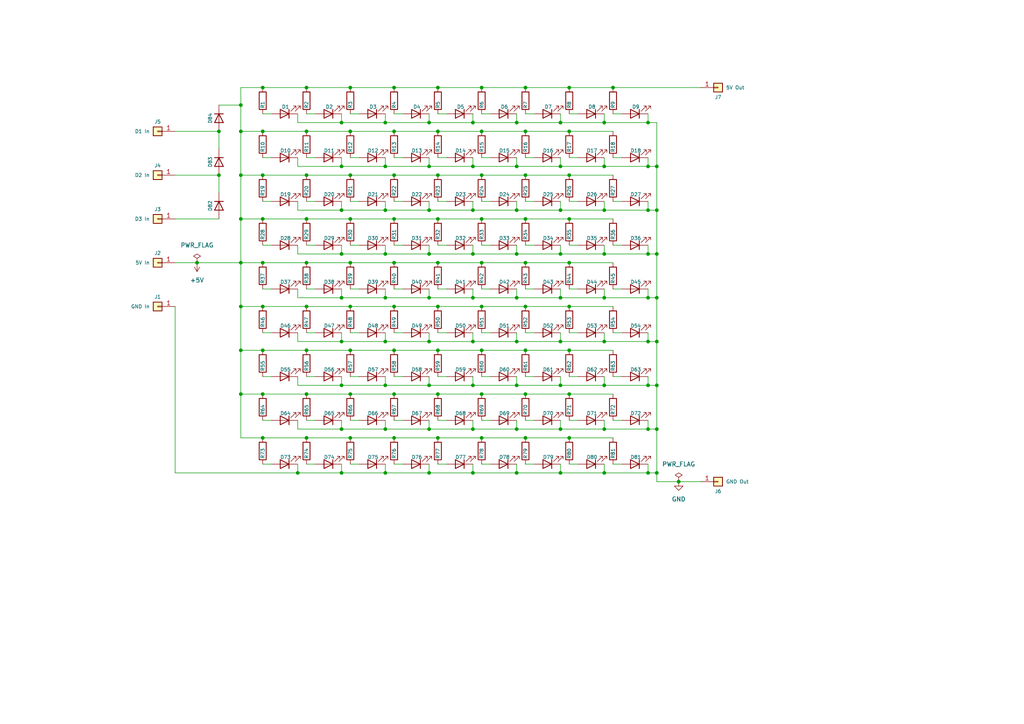
<source format=kicad_sch>
(kicad_sch (version 20250114) (generator "eeschema") (generator_version "9.0")
  (paper "A4")
  (junction (at 127 50.8))
  (junction (at 124.46 35.56))
  (junction (at 127 38.1))
  (junction (at 76.2 63.5))
  (junction (at 114.3 38.1))
  (junction (at 124.46 111.76))
  (junction (at 152.4 127))
  (junction (at 127 63.5))
  (junction (at 76.2 88.9))
  (junction (at 88.9 50.8))
  (junction (at 190.5 60.96))
  (junction (at 69.85 76.2))
  (junction (at 162.56 73.66))
  (junction (at 152.4 76.2))
  (junction (at 69.85 63.5))
  (junction (at 137.16 86.36))
  (junction (at 69.85 101.6))
  (junction (at 162.56 124.46))
  (junction (at 99.06 48.26))
  (junction (at 175.26 99.06))
  (junction (at 101.6 38.1))
  (junction (at 101.6 76.2))
  (junction (at 127 76.2))
  (junction (at 99.06 99.06))
  (junction (at 114.3 127))
  (junction (at 149.86 86.36))
  (junction (at 152.4 88.9))
  (junction (at 190.5 99.06))
  (junction (at 162.56 35.56))
  (junction (at 76.2 101.6))
  (junction (at 101.6 50.8))
  (junction (at 111.76 124.46))
  (junction (at 139.7 101.6))
  (junction (at 101.6 114.3))
  (junction (at 99.06 35.56))
  (junction (at 149.86 48.26))
  (junction (at 99.06 60.96))
  (junction (at 187.96 137.16))
  (junction (at 127 114.3))
  (junction (at 175.26 111.76))
  (junction (at 162.56 111.76))
  (junction (at 127 88.9))
  (junction (at 114.3 63.5))
  (junction (at 152.4 50.8))
  (junction (at 101.6 101.6))
  (junction (at 63.5 50.8))
  (junction (at 101.6 88.9))
  (junction (at 139.7 76.2))
  (junction (at 175.26 124.46))
  (junction (at 137.16 99.06))
  (junction (at 187.96 48.26))
  (junction (at 162.56 86.36))
  (junction (at 139.7 88.9))
  (junction (at 124.46 137.16))
  (junction (at 76.2 50.8))
  (junction (at 187.96 124.46))
  (junction (at 124.46 99.06))
  (junction (at 165.1 76.2))
  (junction (at 114.3 101.6))
  (junction (at 149.86 60.96))
  (junction (at 190.5 111.76))
  (junction (at 137.16 48.26))
  (junction (at 149.86 35.56))
  (junction (at 187.96 111.76))
  (junction (at 187.96 73.66))
  (junction (at 86.36 137.16))
  (junction (at 69.85 30.48))
  (junction (at 187.96 99.06))
  (junction (at 139.7 63.5))
  (junction (at 190.5 124.46))
  (junction (at 196.85 139.7))
  (junction (at 111.76 99.06))
  (junction (at 149.86 124.46))
  (junction (at 165.1 127))
  (junction (at 88.9 25.4))
  (junction (at 124.46 86.36))
  (junction (at 114.3 88.9))
  (junction (at 190.5 86.36))
  (junction (at 175.26 73.66))
  (junction (at 190.5 73.66))
  (junction (at 162.56 99.06))
  (junction (at 152.4 38.1))
  (junction (at 99.06 73.66))
  (junction (at 111.76 137.16))
  (junction (at 175.26 86.36))
  (junction (at 187.96 86.36))
  (junction (at 165.1 88.9))
  (junction (at 114.3 76.2))
  (junction (at 88.9 127))
  (junction (at 190.5 137.16))
  (junction (at 76.2 127))
  (junction (at 111.76 60.96))
  (junction (at 137.16 60.96))
  (junction (at 139.7 50.8))
  (junction (at 111.76 86.36))
  (junction (at 152.4 63.5))
  (junction (at 111.76 111.76))
  (junction (at 76.2 25.4))
  (junction (at 175.26 60.96))
  (junction (at 111.76 48.26))
  (junction (at 162.56 137.16))
  (junction (at 111.76 73.66))
  (junction (at 162.56 48.26))
  (junction (at 165.1 25.4))
  (junction (at 88.9 88.9))
  (junction (at 99.06 111.76))
  (junction (at 149.86 137.16))
  (junction (at 139.7 127))
  (junction (at 127 25.4))
  (junction (at 88.9 63.5))
  (junction (at 88.9 76.2))
  (junction (at 88.9 114.3))
  (junction (at 165.1 50.8))
  (junction (at 99.06 124.46))
  (junction (at 165.1 101.6))
  (junction (at 152.4 101.6))
  (junction (at 69.85 38.1))
  (junction (at 139.7 38.1))
  (junction (at 101.6 127))
  (junction (at 139.7 114.3))
  (junction (at 76.2 114.3))
  (junction (at 124.46 73.66))
  (junction (at 152.4 25.4))
  (junction (at 124.46 48.26))
  (junction (at 137.16 137.16))
  (junction (at 88.9 38.1))
  (junction (at 165.1 114.3))
  (junction (at 190.5 48.26))
  (junction (at 149.86 99.06))
  (junction (at 69.85 88.9))
  (junction (at 149.86 73.66))
  (junction (at 124.46 60.96))
  (junction (at 124.46 124.46))
  (junction (at 111.76 35.56))
  (junction (at 165.1 38.1))
  (junction (at 175.26 48.26))
  (junction (at 69.85 50.8))
  (junction (at 137.16 111.76))
  (junction (at 162.56 60.96))
  (junction (at 114.3 25.4))
  (junction (at 127 127))
  (junction (at 137.16 73.66))
  (junction (at 88.9 101.6))
  (junction (at 76.2 38.1))
  (junction (at 99.06 86.36))
  (junction (at 76.2 76.2))
  (junction (at 99.06 137.16))
  (junction (at 63.5 38.1))
  (junction (at 177.8 25.4))
  (junction (at 101.6 63.5))
  (junction (at 114.3 50.8))
  (junction (at 149.86 111.76))
  (junction (at 187.96 60.96))
  (junction (at 165.1 63.5))
  (junction (at 69.85 114.3))
  (junction (at 139.7 25.4))
  (junction (at 187.96 35.56))
  (junction (at 152.4 114.3))
  (junction (at 175.26 137.16))
  (junction (at 175.26 35.56))
  (junction (at 114.3 114.3))
  (junction (at 57.15 76.2))
  (junction (at 137.16 124.46))
  (junction (at 137.16 35.56))
  (junction (at 127 101.6))
  (junction (at 101.6 25.4))
  (wire (pts (xy 175.26 99.06) (xy 187.96 99.06)))
  (wire (pts (xy 88.9 71.12) (xy 91.44 71.12)))
  (wire (pts (xy 76.2 88.9) (xy 69.85 88.9)))
  (wire (pts (xy 137.16 111.76) (xy 149.86 111.76)))
  (wire (pts (xy 76.2 76.2) (xy 69.85 76.2)))
  (wire (pts (xy 162.56 71.12) (xy 162.56 73.66)))
  (wire (pts (xy 165.1 109.22) (xy 167.64 109.22)))
  (wire (pts (xy 101.6 58.42) (xy 104.14 58.42)))
  (wire (pts (xy 86.36 137.16) (xy 99.06 137.16)))
  (wire (pts (xy 99.06 60.96) (xy 111.76 60.96)))
  (wire (pts (xy 149.86 124.46) (xy 162.56 124.46)))
  (wire (pts (xy 149.86 137.16) (xy 162.56 137.16)))
  (wire (pts (xy 127 134.62) (xy 129.54 134.62)))
  (wire (pts (xy 175.26 96.52) (xy 175.26 99.06)))
  (wire (pts (xy 187.96 60.96) (xy 190.5 60.96)))
  (wire (pts (xy 124.46 121.92) (xy 124.46 124.46)))
  (wire (pts (xy 86.36 99.06) (xy 99.06 99.06)))
  (wire (pts (xy 88.9 76.2) (xy 76.2 76.2)))
  (wire (pts (xy 127 76.2) (xy 114.3 76.2)))
  (wire (pts (xy 175.26 45.72) (xy 175.26 48.26)))
  (wire (pts (xy 99.06 83.82) (xy 99.06 86.36)))
  (wire (pts (xy 76.2 58.42) (xy 78.74 58.42)))
  (wire (pts (xy 152.4 58.42) (xy 154.94 58.42)))
  (wire (pts (xy 177.8 71.12) (xy 180.34 71.12)))
  (wire (pts (xy 152.4 38.1) (xy 139.7 38.1)))
  (wire (pts (xy 127 71.12) (xy 129.54 71.12)))
  (wire (pts (xy 175.26 109.22) (xy 175.26 111.76)))
  (wire (pts (xy 63.5 50.8) (xy 63.5 55.88)))
  (wire (pts (xy 69.85 101.6) (xy 69.85 88.9)))
  (wire (pts (xy 124.46 58.42) (xy 124.46 60.96)))
  (wire (pts (xy 76.2 25.4) (xy 88.9 25.4)))
  (wire (pts (xy 149.86 48.26) (xy 162.56 48.26)))
  (wire (pts (xy 152.4 33.02) (xy 154.94 33.02)))
  (wire (pts (xy 149.86 109.22) (xy 149.86 111.76)))
  (wire (pts (xy 76.2 45.72) (xy 78.74 45.72)))
  (wire (pts (xy 149.86 35.56) (xy 162.56 35.56)))
  (wire (pts (xy 162.56 45.72) (xy 162.56 48.26)))
  (wire (pts (xy 175.26 60.96) (xy 187.96 60.96)))
  (wire (pts (xy 86.36 73.66) (xy 99.06 73.66)))
  (wire (pts (xy 101.6 127) (xy 88.9 127)))
  (wire (pts (xy 86.36 35.56) (xy 99.06 35.56)))
  (wire (pts (xy 50.8 137.16) (xy 86.36 137.16)))
  (wire (pts (xy 127 63.5) (xy 114.3 63.5)))
  (wire (pts (xy 127 33.02) (xy 129.54 33.02)))
  (wire (pts (xy 101.6 71.12) (xy 104.14 71.12)))
  (wire (pts (xy 175.26 124.46) (xy 187.96 124.46)))
  (wire (pts (xy 139.7 114.3) (xy 127 114.3)))
  (wire (pts (xy 86.36 96.52) (xy 86.36 99.06)))
  (wire (pts (xy 86.36 33.02) (xy 86.36 35.56)))
  (wire (pts (xy 139.7 71.12) (xy 142.24 71.12)))
  (wire (pts (xy 162.56 35.56) (xy 175.26 35.56)))
  (wire (pts (xy 111.76 109.22) (xy 111.76 111.76)))
  (wire (pts (xy 111.76 58.42) (xy 111.76 60.96)))
  (wire (pts (xy 149.86 73.66) (xy 162.56 73.66)))
  (wire (pts (xy 177.8 45.72) (xy 180.34 45.72)))
  (wire (pts (xy 124.46 60.96) (xy 137.16 60.96)))
  (wire (pts (xy 137.16 86.36) (xy 149.86 86.36)))
  (wire (pts (xy 162.56 134.62) (xy 162.56 137.16)))
  (wire (pts (xy 101.6 45.72) (xy 104.14 45.72)))
  (wire (pts (xy 88.9 25.4) (xy 101.6 25.4)))
  (wire (pts (xy 86.36 48.26) (xy 99.06 48.26)))
  (wire (pts (xy 190.5 86.36) (xy 190.5 99.06)))
  (wire (pts (xy 63.5 38.1) (xy 63.5 43.18)))
  (wire (pts (xy 76.2 71.12) (xy 78.74 71.12)))
  (wire (pts (xy 111.76 124.46) (xy 124.46 124.46)))
  (wire (pts (xy 187.96 58.42) (xy 187.96 60.96)))
  (wire (pts (xy 114.3 114.3) (xy 101.6 114.3)))
  (wire (pts (xy 127 96.52) (xy 129.54 96.52)))
  (wire (pts (xy 99.06 109.22) (xy 99.06 111.76)))
  (wire (pts (xy 139.7 83.82) (xy 142.24 83.82)))
  (wire (pts (xy 152.4 88.9) (xy 139.7 88.9)))
  (wire (pts (xy 152.4 127) (xy 139.7 127)))
  (wire (pts (xy 162.56 73.66) (xy 175.26 73.66)))
  (wire (pts (xy 162.56 96.52) (xy 162.56 99.06)))
  (wire (pts (xy 76.2 33.02) (xy 78.74 33.02)))
  (wire (pts (xy 88.9 109.22) (xy 91.44 109.22)))
  (wire (pts (xy 114.3 25.4) (xy 127 25.4)))
  (wire (pts (xy 152.4 83.82) (xy 154.94 83.82)))
  (wire (pts (xy 162.56 137.16) (xy 175.26 137.16)))
  (wire (pts (xy 187.96 109.22) (xy 187.96 111.76)))
  (wire (pts (xy 111.76 35.56) (xy 124.46 35.56)))
  (wire (pts (xy 88.9 50.8) (xy 76.2 50.8)))
  (wire (pts (xy 86.36 45.72) (xy 86.36 48.26)))
  (wire (pts (xy 177.8 109.22) (xy 180.34 109.22)))
  (wire (pts (xy 139.7 25.4) (xy 152.4 25.4)))
  (wire (pts (xy 101.6 101.6) (xy 88.9 101.6)))
  (wire (pts (xy 165.1 114.3) (xy 152.4 114.3)))
  (wire (pts (xy 88.9 63.5) (xy 76.2 63.5)))
  (wire (pts (xy 88.9 58.42) (xy 91.44 58.42)))
  (wire (pts (xy 76.2 38.1) (xy 69.85 38.1)))
  (wire (pts (xy 114.3 121.92) (xy 116.84 121.92)))
  (wire (pts (xy 177.8 25.4) (xy 203.2 25.4)))
  (wire (pts (xy 50.8 88.9) (xy 50.8 137.16)))
  (wire (pts (xy 149.86 83.82) (xy 149.86 86.36)))
  (wire (pts (xy 152.4 134.62) (xy 154.94 134.62)))
  (wire (pts (xy 177.8 83.82) (xy 180.34 83.82)))
  (wire (pts (xy 139.7 63.5) (xy 127 63.5)))
  (wire (pts (xy 99.06 58.42) (xy 99.06 60.96)))
  (wire (pts (xy 175.26 83.82) (xy 175.26 86.36)))
  (wire (pts (xy 139.7 76.2) (xy 127 76.2)))
  (wire (pts (xy 149.86 99.06) (xy 162.56 99.06)))
  (wire (pts (xy 165.1 45.72) (xy 167.64 45.72)))
  (wire (pts (xy 76.2 50.8) (xy 69.85 50.8)))
  (wire (pts (xy 101.6 134.62) (xy 104.14 134.62)))
  (wire (pts (xy 99.06 48.26) (xy 111.76 48.26)))
  (wire (pts (xy 111.76 83.82) (xy 111.76 86.36)))
  (wire (pts (xy 99.06 99.06) (xy 111.76 99.06)))
  (wire (pts (xy 187.96 96.52) (xy 187.96 99.06)))
  (wire (pts (xy 111.76 48.26) (xy 124.46 48.26)))
  (wire (pts (xy 86.36 124.46) (xy 99.06 124.46)))
  (wire (pts (xy 187.96 134.62) (xy 187.96 137.16)))
  (wire (pts (xy 162.56 109.22) (xy 162.56 111.76)))
  (wire (pts (xy 177.8 101.6) (xy 165.1 101.6)))
  (wire (pts (xy 111.76 45.72) (xy 111.76 48.26)))
  (wire (pts (xy 165.1 25.4) (xy 177.8 25.4)))
  (wire (pts (xy 76.2 83.82) (xy 78.74 83.82)))
  (wire (pts (xy 137.16 35.56) (xy 149.86 35.56)))
  (wire (pts (xy 165.1 38.1) (xy 152.4 38.1)))
  (wire (pts (xy 165.1 58.42) (xy 167.64 58.42)))
  (wire (pts (xy 124.46 33.02) (xy 124.46 35.56)))
  (wire (pts (xy 101.6 76.2) (xy 88.9 76.2)))
  (wire (pts (xy 99.06 86.36) (xy 111.76 86.36)))
  (wire (pts (xy 114.3 45.72) (xy 116.84 45.72)))
  (wire (pts (xy 165.1 88.9) (xy 152.4 88.9)))
  (wire (pts (xy 111.76 71.12) (xy 111.76 73.66)))
  (wire (pts (xy 139.7 96.52) (xy 142.24 96.52)))
  (wire (pts (xy 162.56 121.92) (xy 162.56 124.46)))
  (wire (pts (xy 165.1 63.5) (xy 152.4 63.5)))
  (wire (pts (xy 162.56 58.42) (xy 162.56 60.96)))
  (wire (pts (xy 114.3 109.22) (xy 116.84 109.22)))
  (wire (pts (xy 86.36 121.92) (xy 86.36 124.46)))
  (wire (pts (xy 76.2 109.22) (xy 78.74 109.22)))
  (wire (pts (xy 69.85 25.4) (xy 76.2 25.4)))
  (wire (pts (xy 175.26 121.92) (xy 175.26 124.46)))
  (wire (pts (xy 99.06 124.46) (xy 111.76 124.46)))
  (wire (pts (xy 149.86 96.52) (xy 149.86 99.06)))
  (wire (pts (xy 124.46 109.22) (xy 124.46 111.76)))
  (wire (pts (xy 86.36 111.76) (xy 99.06 111.76)))
  (wire (pts (xy 190.5 124.46) (xy 190.5 137.16)))
  (wire (pts (xy 101.6 63.5) (xy 88.9 63.5)))
  (wire (pts (xy 175.26 33.02) (xy 175.26 35.56)))
  (wire (pts (xy 127 127) (xy 114.3 127)))
  (wire (pts (xy 175.26 137.16) (xy 187.96 137.16)))
  (wire (pts (xy 152.4 114.3) (xy 139.7 114.3)))
  (wire (pts (xy 111.76 121.92) (xy 111.76 124.46)))
  (wire (pts (xy 137.16 73.66) (xy 149.86 73.66)))
  (wire (pts (xy 111.76 134.62) (xy 111.76 137.16)))
  (wire (pts (xy 137.16 109.22) (xy 137.16 111.76)))
  (wire (pts (xy 187.96 48.26) (xy 190.5 48.26)))
  (wire (pts (xy 177.8 134.62) (xy 180.34 134.62)))
  (wire (pts (xy 101.6 121.92) (xy 104.14 121.92)))
  (wire (pts (xy 152.4 121.92) (xy 154.94 121.92)))
  (wire (pts (xy 177.8 58.42) (xy 180.34 58.42)))
  (wire (pts (xy 149.86 121.92) (xy 149.86 124.46)))
  (wire (pts (xy 50.8 76.2) (xy 57.15 76.2)))
  (wire (pts (xy 149.86 134.62) (xy 149.86 137.16)))
  (wire (pts (xy 88.9 114.3) (xy 76.2 114.3)))
  (wire (pts (xy 86.36 58.42) (xy 86.36 60.96)))
  (wire (pts (xy 190.5 60.96) (xy 190.5 73.66)))
  (wire (pts (xy 149.86 71.12) (xy 149.86 73.66)))
  (wire (pts (xy 187.96 45.72) (xy 187.96 48.26)))
  (wire (pts (xy 99.06 121.92) (xy 99.06 124.46)))
  (wire (pts (xy 127 83.82) (xy 129.54 83.82)))
  (wire (pts (xy 177.8 127) (xy 165.1 127)))
  (wire (pts (xy 69.85 30.48) (xy 69.85 38.1)))
  (wire (pts (xy 139.7 58.42) (xy 142.24 58.42)))
  (wire (pts (xy 190.5 111.76) (xy 190.5 124.46)))
  (wire (pts (xy 69.85 25.4) (xy 69.85 30.48)))
  (wire (pts (xy 162.56 83.82) (xy 162.56 86.36)))
  (wire (pts (xy 99.06 45.72) (xy 99.06 48.26)))
  (wire (pts (xy 175.26 58.42) (xy 175.26 60.96)))
  (wire (pts (xy 139.7 109.22) (xy 142.24 109.22)))
  (wire (pts (xy 101.6 25.4) (xy 114.3 25.4)))
  (wire (pts (xy 137.16 134.62) (xy 137.16 137.16)))
  (wire (pts (xy 127 114.3) (xy 114.3 114.3)))
  (wire (pts (xy 111.76 96.52) (xy 111.76 99.06)))
  (wire (pts (xy 99.06 73.66) (xy 111.76 73.66)))
  (wire (pts (xy 175.26 35.56) (xy 187.96 35.56)))
  (wire (pts (xy 76.2 134.62) (xy 78.74 134.62)))
  (wire (pts (xy 187.96 33.02) (xy 187.96 35.56)))
  (wire (pts (xy 149.86 33.02) (xy 149.86 35.56)))
  (wire (pts (xy 165.1 127) (xy 152.4 127)))
  (wire (pts (xy 177.8 114.3) (xy 165.1 114.3)))
  (wire (pts (xy 114.3 101.6) (xy 101.6 101.6)))
  (wire (pts (xy 139.7 134.62) (xy 142.24 134.62)))
  (wire (pts (xy 162.56 99.06) (xy 175.26 99.06)))
  (wire (pts (xy 111.76 137.16) (xy 124.46 137.16)))
  (wire (pts (xy 99.06 71.12) (xy 99.06 73.66)))
  (wire (pts (xy 190.5 73.66) (xy 190.5 86.36)))
  (wire (pts (xy 86.36 86.36) (xy 99.06 86.36)))
  (wire (pts (xy 114.3 127) (xy 101.6 127)))
  (wire (pts (xy 101.6 83.82) (xy 104.14 83.82)))
  (wire (pts (xy 149.86 86.36) (xy 162.56 86.36)))
  (wire (pts (xy 149.86 58.42) (xy 149.86 60.96)))
  (wire (pts (xy 152.4 109.22) (xy 154.94 109.22)))
  (wire (pts (xy 177.8 33.02) (xy 180.34 33.02)))
  (wire (pts (xy 76.2 96.52) (xy 78.74 96.52)))
  (wire (pts (xy 88.9 96.52) (xy 91.44 96.52)))
  (wire (pts (xy 165.1 134.62) (xy 167.64 134.62)))
  (wire (pts (xy 124.46 86.36) (xy 137.16 86.36)))
  (wire (pts (xy 137.16 58.42) (xy 137.16 60.96)))
  (wire (pts (xy 76.2 101.6) (xy 69.85 101.6)))
  (wire (pts (xy 139.7 88.9) (xy 127 88.9)))
  (wire (pts (xy 165.1 101.6) (xy 152.4 101.6)))
  (wire (pts (xy 139.7 121.92) (xy 142.24 121.92)))
  (wire (pts (xy 99.06 33.02) (xy 99.06 35.56)))
  (wire (pts (xy 127 38.1) (xy 114.3 38.1)))
  (wire (pts (xy 165.1 33.02) (xy 167.64 33.02)))
  (wire (pts (xy 111.76 73.66) (xy 124.46 73.66)))
  (wire (pts (xy 149.86 60.96) (xy 162.56 60.96)))
  (wire (pts (xy 124.46 48.26) (xy 137.16 48.26)))
  (wire (pts (xy 124.46 35.56) (xy 137.16 35.56)))
  (wire (pts (xy 187.96 71.12) (xy 187.96 73.66)))
  (wire (pts (xy 137.16 99.06) (xy 149.86 99.06)))
  (wire (pts (xy 152.4 96.52) (xy 154.94 96.52)))
  (wire (pts (xy 50.8 38.1) (xy 63.5 38.1)))
  (wire (pts (xy 114.3 71.12) (xy 116.84 71.12)))
  (wire (pts (xy 88.9 83.82) (xy 91.44 83.82)))
  (wire (pts (xy 162.56 33.02) (xy 162.56 35.56)))
  (wire (pts (xy 137.16 60.96) (xy 149.86 60.96)))
  (wire (pts (xy 139.7 101.6) (xy 127 101.6)))
  (wire (pts (xy 111.76 33.02) (xy 111.76 35.56)))
  (wire (pts (xy 137.16 71.12) (xy 137.16 73.66)))
  (wire (pts (xy 99.06 134.62) (xy 99.06 137.16)))
  (wire (pts (xy 187.96 35.56) (xy 190.5 35.56)))
  (wire (pts (xy 124.46 124.46) (xy 137.16 124.46)))
  (wire (pts (xy 149.86 111.76) (xy 162.56 111.76)))
  (wire (pts (xy 137.16 137.16) (xy 149.86 137.16)))
  (wire (pts (xy 177.8 121.92) (xy 180.34 121.92)))
  (wire (pts (xy 101.6 88.9) (xy 88.9 88.9)))
  (wire (pts (xy 127 50.8) (xy 114.3 50.8)))
  (wire (pts (xy 162.56 48.26) (xy 175.26 48.26)))
  (wire (pts (xy 76.2 121.92) (xy 78.74 121.92)))
  (wire (pts (xy 139.7 50.8) (xy 127 50.8)))
  (wire (pts (xy 165.1 83.82) (xy 167.64 83.82)))
  (wire (pts (xy 76.2 114.3) (xy 69.85 114.3)))
  (wire (pts (xy 127 45.72) (xy 129.54 45.72)))
  (wire (pts (xy 175.26 134.62) (xy 175.26 137.16)))
  (wire (pts (xy 114.3 63.5) (xy 101.6 63.5)))
  (wire (pts (xy 111.76 60.96) (xy 124.46 60.96)))
  (wire (pts (xy 175.26 71.12) (xy 175.26 73.66)))
  (wire (pts (xy 137.16 96.52) (xy 137.16 99.06)))
  (wire (pts (xy 124.46 96.52) (xy 124.46 99.06)))
  (wire (pts (xy 114.3 96.52) (xy 116.84 96.52)))
  (wire (pts (xy 152.4 101.6) (xy 139.7 101.6)))
  (wire (pts (xy 99.06 96.52) (xy 99.06 99.06)))
  (wire (pts (xy 165.1 71.12) (xy 167.64 71.12)))
  (wire (pts (xy 99.06 137.16) (xy 111.76 137.16)))
  (wire (pts (xy 162.56 86.36) (xy 175.26 86.36)))
  (wire (pts (xy 124.46 111.76) (xy 137.16 111.76)))
  (wire (pts (xy 69.85 127) (xy 69.85 114.3)))
  (wire (pts (xy 101.6 96.52) (xy 104.14 96.52)))
  (wire (pts (xy 50.8 50.8) (xy 63.5 50.8)))
  (wire (pts (xy 127 101.6) (xy 114.3 101.6)))
  (wire (pts (xy 88.9 127) (xy 76.2 127)))
  (wire (pts (xy 114.3 33.02) (xy 116.84 33.02)))
  (wire (pts (xy 139.7 45.72) (xy 142.24 45.72)))
  (wire (pts (xy 69.85 76.2) (xy 69.85 63.5)))
  (wire (pts (xy 114.3 83.82) (xy 116.84 83.82)))
  (wire (pts (xy 139.7 127) (xy 127 127)))
  (wire (pts (xy 137.16 121.92) (xy 137.16 124.46)))
  (wire (pts (xy 88.9 45.72) (xy 91.44 45.72)))
  (wire (pts (xy 187.96 73.66) (xy 190.5 73.66)))
  (wire (pts (xy 69.85 88.9) (xy 69.85 76.2)))
  (wire (pts (xy 114.3 134.62) (xy 116.84 134.62)))
  (wire (pts (xy 152.4 76.2) (xy 139.7 76.2)))
  (wire (pts (xy 152.4 50.8) (xy 139.7 50.8)))
  (wire (pts (xy 124.46 73.66) (xy 137.16 73.66)))
  (wire (pts (xy 187.96 137.16) (xy 190.5 137.16)))
  (wire (pts (xy 152.4 45.72) (xy 154.94 45.72)))
  (wire (pts (xy 114.3 38.1) (xy 101.6 38.1)))
  (wire (pts (xy 127 25.4) (xy 139.7 25.4)))
  (wire (pts (xy 127 88.9) (xy 114.3 88.9)))
  (wire (pts (xy 114.3 58.42) (xy 116.84 58.42)))
  (wire (pts (xy 101.6 114.3) (xy 88.9 114.3)))
  (wire (pts (xy 177.8 88.9) (xy 165.1 88.9)))
  (wire (pts (xy 177.8 38.1) (xy 165.1 38.1)))
  (wire (pts (xy 101.6 33.02) (xy 104.14 33.02)))
  (wire (pts (xy 114.3 76.2) (xy 101.6 76.2)))
  (wire (pts (xy 187.96 111.76) (xy 190.5 111.76)))
  (wire (pts (xy 76.2 127) (xy 69.85 127)))
  (wire (pts (xy 127 58.42) (xy 129.54 58.42)))
  (wire (pts (xy 137.16 124.46) (xy 149.86 124.46)))
  (wire (pts (xy 127 109.22) (xy 129.54 109.22)))
  (wire (pts (xy 175.26 73.66) (xy 187.96 73.66)))
  (wire (pts (xy 137.16 83.82) (xy 137.16 86.36)))
  (wire (pts (xy 63.5 30.48) (xy 69.85 30.48)))
  (wire (pts (xy 137.16 33.02) (xy 137.16 35.56)))
  (wire (pts (xy 124.46 83.82) (xy 124.46 86.36)))
  (wire (pts (xy 86.36 83.82) (xy 86.36 86.36)))
  (wire (pts (xy 88.9 33.02) (xy 91.44 33.02)))
  (wire (pts (xy 152.4 71.12) (xy 154.94 71.12)))
  (wire (pts (xy 149.86 45.72) (xy 149.86 48.26)))
  (wire (pts (xy 69.85 38.1) (xy 69.85 50.8)))
  (wire (pts (xy 165.1 76.2) (xy 152.4 76.2)))
  (wire (pts (xy 175.26 48.26) (xy 187.96 48.26)))
  (wire (pts (xy 152.4 63.5) (xy 139.7 63.5)))
  (wire (pts (xy 175.26 111.76) (xy 187.96 111.76)))
  (wire (pts (xy 111.76 111.76) (xy 124.46 111.76)))
  (wire (pts (xy 177.8 50.8) (xy 165.1 50.8)))
  (wire (pts (xy 86.36 109.22) (xy 86.36 111.76)))
  (wire (pts (xy 111.76 86.36) (xy 124.46 86.36)))
  (wire (pts (xy 86.36 60.96) (xy 99.06 60.96)))
  (wire (pts (xy 124.46 137.16) (xy 137.16 137.16)))
  (wire (pts (xy 101.6 50.8) (xy 88.9 50.8)))
  (wire (pts (xy 187.96 83.82) (xy 187.96 86.36)))
  (wire (pts (xy 86.36 71.12) (xy 86.36 73.66)))
  (wire (pts (xy 114.3 88.9) (xy 101.6 88.9)))
  (wire (pts (xy 187.96 86.36) (xy 190.5 86.36)))
  (wire (pts (xy 165.1 50.8) (xy 152.4 50.8)))
  (wire (pts (xy 137.16 48.26) (xy 149.86 48.26)))
  (wire (pts (xy 50.8 63.5) (xy 63.5 63.5)))
  (wire (pts (xy 187.96 99.06) (xy 190.5 99.06)))
  (wire (pts (xy 162.56 60.96) (xy 175.26 60.96)))
  (wire (pts (xy 114.3 50.8) (xy 101.6 50.8)))
  (wire (pts (xy 190.5 35.56) (xy 190.5 48.26)))
  (wire (pts (xy 190.5 99.06) (xy 190.5 111.76)))
  (wire (pts (xy 111.76 99.06) (xy 124.46 99.06)))
  (wire (pts (xy 101.6 38.1) (xy 88.9 38.1)))
  (wire (pts (xy 127 121.92) (xy 129.54 121.92)))
  (wire (pts (xy 177.8 96.52) (xy 180.34 96.52)))
  (wire (pts (xy 88.9 101.6) (xy 76.2 101.6)))
  (wire (pts (xy 124.46 45.72) (xy 124.46 48.26)))
  (wire (pts (xy 162.56 124.46) (xy 175.26 124.46)))
  (wire (pts (xy 124.46 71.12) (xy 124.46 73.66)))
  (wire (pts (xy 139.7 33.02) (xy 142.24 33.02)))
  (wire (pts (xy 196.85 139.7) (xy 203.2 139.7)))
  (wire (pts (xy 175.26 86.36) (xy 187.96 86.36)))
  (wire (pts (xy 69.85 63.5) (xy 69.85 50.8)))
  (wire (pts (xy 139.7 38.1) (xy 127 38.1)))
  (wire (pts (xy 76.2 63.5) (xy 69.85 63.5)))
  (wire (pts (xy 88.9 121.92) (xy 91.44 121.92)))
  (wire (pts (xy 190.5 137.16) (xy 190.5 139.7)))
  (wire (pts (xy 124.46 99.06) (xy 137.16 99.06)))
  (wire (pts (xy 69.85 114.3) (xy 69.85 101.6)))
  (wire (pts (xy 101.6 109.22) (xy 104.14 109.22)))
  (wire (pts (xy 190.5 139.7) (xy 196.85 139.7)))
  (wire (pts (xy 88.9 38.1) (xy 76.2 38.1)))
  (wire (pts (xy 99.06 35.56) (xy 111.76 35.56)))
  (wire (pts (xy 177.8 76.2) (xy 165.1 76.2)))
  (wire (pts (xy 124.46 134.62) (xy 124.46 137.16)))
  (wire (pts (xy 187.96 124.46) (xy 190.5 124.46)))
  (wire (pts (xy 152.4 25.4) (xy 165.1 25.4)))
  (wire (pts (xy 187.96 121.92) (xy 187.96 124.46)))
  (wire (pts (xy 177.8 63.5) (xy 165.1 63.5)))
  (wire (pts (xy 190.5 60.96) (xy 190.5 48.26)))
  (wire (pts (xy 137.16 45.72) (xy 137.16 48.26)))
  (wire (pts (xy 162.56 111.76) (xy 175.26 111.76)))
  (wire (pts (xy 57.15 76.2) (xy 69.85 76.2)))
  (wire (pts (xy 88.9 134.62) (xy 91.44 134.62)))
  (wire (pts (xy 88.9 88.9) (xy 76.2 88.9)))
  (wire (pts (xy 86.36 134.62) (xy 86.36 137.16)))
  (wire (pts (xy 165.1 121.92) (xy 167.64 121.92)))
  (wire (pts (xy 165.1 96.52) (xy 167.64 96.52)))
  (wire (pts (xy 99.06 111.76) (xy 111.76 111.76)))
  (symbol (lib_id "Device:LED") (at 107.95 109.22 180) (unit 1) (in_bom no)
    (property "Reference" "D57" (at 108.204 107.188 0) (effects (font (size 1.016 1.016))))
    (property "Value" "LED" (effects (hide yes)))
    (property "Footprint" "LED_THT:LED_D5.0mm" (effects (hide yes)))
    (property "Description" "Light emitting diode" (effects (hide yes)))
  )
  (symbol (lib_id "Device:R") (at 127 29.21 0) (unit 1)
    (property "Reference" "R5" (at 127 31.496 90) (effects (font (size 1.016 1.016)) (justify left)))
    (property "Value" "470R" (effects (hide yes)))
    (property "Footprint" "Resistor_SMD:R_0805_2012Metric" (effects (hide yes)))
    (property "Description" "Resistor" (effects (hide yes)))
    (property "LCSC" "C17710" (effects (hide yes)))
  )
  (symbol (lib_id "Device:LED") (at 120.65 45.72 180) (unit 1) (in_bom no)
    (property "Reference" "D13" (at 120.904 43.688 0) (effects (font (size 1.016 1.016))))
    (property "Value" "LED" (effects (hide yes)))
    (property "Footprint" "LED_THT:LED_D5.0mm" (effects (hide yes)))
    (property "Description" "Light emitting diode" (effects (hide yes)))
  )
  (symbol (lib_id "Device:R") (at 114.3 67.31 0) (unit 1)
    (property "Reference" "R31" (at 114.3 69.596 90) (effects (font (size 1.016 1.016)) (justify left)))
    (property "Value" "470R" (effects (hide yes)))
    (property "Footprint" "Resistor_SMD:R_0805_2012Metric" (effects (hide yes)))
    (property "Description" "Resistor" (effects (hide yes)))
    (property "LCSC" "C17710" (effects (hide yes)))
  )
  (symbol (lib_id "Device:LED") (at 184.15 109.22 180) (unit 1) (in_bom no)
    (property "Reference" "D63" (at 184.404 107.188 0) (effects (font (size 1.016 1.016))))
    (property "Value" "LED" (effects (hide yes)))
    (property "Footprint" "LED_THT:LED_D5.0mm" (effects (hide yes)))
    (property "Description" "Light emitting diode" (effects (hide yes)))
  )
  (symbol (lib_id "Connector_Generic:Conn_01x01") (at 45.72 76.2 180) (unit 1) (in_bom no)
    (property "Reference" "J2" (at 45.72 73.406 0) (effects (font (size 1.016 1.016))))
    (property "Value" "5V In" (at 43.434 76.2 0) (effects (font (size 1.016 1.016)) (justify left)))
    (property "Footprint" "TestPoint:TestPoint_Pad_D4.0mm" (effects (hide yes)))
    (property "Description" "Generic connector, single row, 01x01, script generated (kicad-library-utils/schlib/autogen/connector/)" (effects (hide yes)))
  )
  (symbol (lib_id "Device:R") (at 76.2 105.41 0) (unit 1)
    (property "Reference" "R55" (at 76.2 107.696 90) (effects (font (size 1.016 1.016)) (justify left)))
    (property "Value" "470R" (effects (hide yes)))
    (property "Footprint" "Resistor_SMD:R_0805_2012Metric" (effects (hide yes)))
    (property "Description" "Resistor" (effects (hide yes)))
    (property "LCSC" "C17710" (effects (hide yes)))
  )
  (symbol (lib_id "Device:R") (at 114.3 54.61 0) (unit 1)
    (property "Reference" "R22" (at 114.3 56.896 90) (effects (font (size 1.016 1.016)) (justify left)))
    (property "Value" "470R" (effects (hide yes)))
    (property "Footprint" "Resistor_SMD:R_0805_2012Metric" (effects (hide yes)))
    (property "Description" "Resistor" (effects (hide yes)))
    (property "LCSC" "C17710" (effects (hide yes)))
  )
  (symbol (lib_id "Device:LED") (at 95.25 83.82 180) (unit 1) (in_bom no)
    (property "Reference" "D38" (at 95.504 81.788 0) (effects (font (size 1.016 1.016))))
    (property "Value" "LED" (effects (hide yes)))
    (property "Footprint" "LED_THT:LED_D5.0mm" (effects (hide yes)))
    (property "Description" "Light emitting diode" (effects (hide yes)))
  )
  (symbol (lib_id "Device:R") (at 88.9 54.61 0) (unit 1)
    (property "Reference" "R20" (at 88.9 56.896 90) (effects (font (size 1.016 1.016)) (justify left)))
    (property "Value" "470R" (effects (hide yes)))
    (property "Footprint" "Resistor_SMD:R_0805_2012Metric" (effects (hide yes)))
    (property "Description" "Resistor" (effects (hide yes)))
    (property "LCSC" "C17710" (effects (hide yes)))
  )
  (symbol (lib_id "Device:LED") (at 133.35 45.72 180) (unit 1) (in_bom no)
    (property "Reference" "D14" (at 133.604 43.688 0) (effects (font (size 1.016 1.016))))
    (property "Value" "LED" (effects (hide yes)))
    (property "Footprint" "LED_THT:LED_D5.0mm" (effects (hide yes)))
    (property "Description" "Light emitting diode" (effects (hide yes)))
  )
  (symbol (lib_id "Diode:US2MA") (at 63.5 34.29 270) (unit 1)
    (property "Reference" "D84" (at 60.96 34.29 0) (effects (font (size 1.016 1.016))))
    (property "Value" "US2MA" (effects (hide yes)))
    (property "Footprint" "Diode_SMD:D_SMA" (effects (hide yes)))
    (property "Datasheet" "https://www.onsemi.com/pub/Collateral/US2AA-D.PDF" (effects (hide yes)))
    (property "Description" "1000V, 1.5A, General Purpose Rectifier Diode, SMA(DO-214AC)" (effects (hide yes)))
    (property "Sim.Device" "D" (effects (hide yes)))
    (property "Sim.Pins" "1=K 2=A" (effects (hide yes)))
    (property "LCSC" "C18905" (effects (hide yes)))
  )
  (symbol (lib_id "Device:LED") (at 120.65 134.62 180) (unit 1) (in_bom no)
    (property "Reference" "D76" (at 120.904 132.588 0) (effects (font (size 1.016 1.016))))
    (property "Value" "LED" (effects (hide yes)))
    (property "Footprint" "LED_THT:LED_D5.0mm" (effects (hide yes)))
    (property "Description" "Light emitting diode" (effects (hide yes)))
  )
  (symbol (lib_id "Device:R") (at 127 54.61 0) (unit 1)
    (property "Reference" "R23" (at 127 56.896 90) (effects (font (size 1.016 1.016)) (justify left)))
    (property "Value" "470R" (effects (hide yes)))
    (property "Footprint" "Resistor_SMD:R_0805_2012Metric" (effects (hide yes)))
    (property "Description" "Resistor" (effects (hide yes)))
    (property "LCSC" "C17710" (effects (hide yes)))
  )
  (symbol (lib_id "Connector_Generic:Conn_01x01") (at 208.28 139.7 0) (unit 1) (in_bom no)
    (property "Reference" "J6" (at 208.28 142.494 0) (effects (font (size 1.016 1.016))))
    (property "Value" "GND Out" (at 210.566 139.7 0) (effects (font (size 1.016 1.016)) (justify left)))
    (property "Footprint" "TestPoint:TestPoint_Pad_D4.0mm" (effects (hide yes)))
    (property "Description" "Generic connector, single row, 01x01, script generated (kicad-library-utils/schlib/autogen/connector/)" (effects (hide yes)))
  )
  (symbol (lib_id "Connector_Generic:Conn_01x01") (at 45.72 63.5 180) (unit 1) (in_bom no)
    (property "Reference" "J3" (at 45.72 60.706 0) (effects (font (size 1.016 1.016))))
    (property "Value" "D3 In" (at 43.434 63.5 0) (effects (font (size 1.016 1.016)) (justify left)))
    (property "Footprint" "TestPoint:TestPoint_Pad_D4.0mm" (effects (hide yes)))
    (property "Description" "Generic connector, single row, 01x01, script generated (kicad-library-utils/schlib/autogen/connector/)" (effects (hide yes)))
  )
  (symbol (lib_id "Device:R") (at 177.8 92.71 0) (unit 1)
    (property "Reference" "R54" (at 177.8 94.996 90) (effects (font (size 1.016 1.016)) (justify left)))
    (property "Value" "470R" (effects (hide yes)))
    (property "Footprint" "Resistor_SMD:R_0805_2012Metric" (effects (hide yes)))
    (property "Description" "Resistor" (effects (hide yes)))
    (property "LCSC" "C17710" (effects (hide yes)))
  )
  (symbol (lib_id "Device:R") (at 76.2 29.21 0) (unit 1)
    (property "Reference" "R1" (at 76.2 31.496 90) (effects (font (size 1.016 1.016)) (justify left)))
    (property "Value" "470R" (effects (hide yes)))
    (property "Footprint" "Resistor_SMD:R_0805_2012Metric" (effects (hide yes)))
    (property "Description" "Resistor" (effects (hide yes)))
    (property "LCSC" "C17710" (effects (hide yes)))
  )
  (symbol (lib_id "Device:R") (at 152.4 130.81 0) (unit 1)
    (property "Reference" "R79" (at 152.4 133.096 90) (effects (font (size 1.016 1.016)) (justify left)))
    (property "Value" "470R" (effects (hide yes)))
    (property "Footprint" "Resistor_SMD:R_0805_2012Metric" (effects (hide yes)))
    (property "Description" "Resistor" (effects (hide yes)))
    (property "LCSC" "C17710" (effects (hide yes)))
  )
  (symbol (lib_id "Device:R") (at 127 130.81 0) (unit 1)
    (property "Reference" "R77" (at 127 133.096 90) (effects (font (size 1.016 1.016)) (justify left)))
    (property "Value" "470R" (effects (hide yes)))
    (property "Footprint" "Resistor_SMD:R_0805_2012Metric" (effects (hide yes)))
    (property "Description" "Resistor" (effects (hide yes)))
    (property "LCSC" "C17710" (effects (hide yes)))
  )
  (symbol (lib_id "Device:R") (at 152.4 67.31 0) (unit 1)
    (property "Reference" "R34" (at 152.4 69.596 90) (effects (font (size 1.016 1.016)) (justify left)))
    (property "Value" "470R" (effects (hide yes)))
    (property "Footprint" "Resistor_SMD:R_0805_2012Metric" (effects (hide yes)))
    (property "Description" "Resistor" (effects (hide yes)))
    (property "LCSC" "C17710" (effects (hide yes)))
  )
  (symbol (lib_id "Device:LED") (at 82.55 83.82 180) (unit 1) (in_bom no)
    (property "Reference" "D37" (at 82.804 81.788 0) (effects (font (size 1.016 1.016))))
    (property "Value" "LED" (effects (hide yes)))
    (property "Footprint" "LED_THT:LED_D5.0mm" (effects (hide yes)))
    (property "Description" "Light emitting diode" (effects (hide yes)))
  )
  (symbol (lib_id "Device:LED") (at 95.25 71.12 180) (unit 1) (in_bom no)
    (property "Reference" "D29" (at 95.504 69.088 0) (effects (font (size 1.016 1.016))))
    (property "Value" "LED" (effects (hide yes)))
    (property "Footprint" "LED_THT:LED_D5.0mm" (effects (hide yes)))
    (property "Description" "Light emitting diode" (effects (hide yes)))
  )
  (symbol (lib_id "Device:LED") (at 184.15 33.02 180) (unit 1) (in_bom no)
    (property "Reference" "D9" (at 184.404 30.988 0) (effects (font (size 1.016 1.016))))
    (property "Value" "LED" (effects (hide yes)))
    (property "Footprint" "LED_THT:LED_D5.0mm" (effects (hide yes)))
    (property "Description" "Light emitting diode" (effects (hide yes)))
  )
  (symbol (lib_id "Device:R") (at 88.9 118.11 0) (unit 1)
    (property "Reference" "R65" (at 88.9 120.396 90) (effects (font (size 1.016 1.016)) (justify left)))
    (property "Value" "470R" (effects (hide yes)))
    (property "Footprint" "Resistor_SMD:R_0805_2012Metric" (effects (hide yes)))
    (property "Description" "Resistor" (effects (hide yes)))
    (property "LCSC" "C17710" (effects (hide yes)))
  )
  (symbol (lib_id "Device:LED") (at 158.75 58.42 180) (unit 1) (in_bom no)
    (property "Reference" "D25" (at 159.004 56.388 0) (effects (font (size 1.016 1.016))))
    (property "Value" "LED" (effects (hide yes)))
    (property "Footprint" "LED_THT:LED_D5.0mm" (effects (hide yes)))
    (property "Description" "Light emitting diode" (effects (hide yes)))
  )
  (symbol (lib_id "Device:LED") (at 133.35 121.92 180) (unit 1) (in_bom no)
    (property "Reference" "D68" (at 133.604 119.888 0) (effects (font (size 1.016 1.016))))
    (property "Value" "LED" (effects (hide yes)))
    (property "Footprint" "LED_THT:LED_D5.0mm" (effects (hide yes)))
    (property "Description" "Light emitting diode" (effects (hide yes)))
  )
  (symbol (lib_id "power:PWR_FLAG") (at 57.15 76.2 0) (unit 1)
    (property "Reference" "#FLG01" (effects (hide yes)))
    (property "Value" "PWR_FLAG" (at 57.15 71.12 0))
    (property "Description" "Special symbol for telling ERC where power comes from" (effects (hide yes)))
  )
  (symbol (lib_id "Device:R") (at 165.1 67.31 0) (unit 1)
    (property "Reference" "R35" (at 165.1 69.596 90) (effects (font (size 1.016 1.016)) (justify left)))
    (property "Value" "470R" (effects (hide yes)))
    (property "Footprint" "Resistor_SMD:R_0805_2012Metric" (effects (hide yes)))
    (property "Description" "Resistor" (effects (hide yes)))
    (property "LCSC" "C17710" (effects (hide yes)))
  )
  (symbol (lib_id "Device:LED") (at 95.25 45.72 180) (unit 1) (in_bom no)
    (property "Reference" "D11" (at 95.504 43.688 0) (effects (font (size 1.016 1.016))))
    (property "Value" "LED" (effects (hide yes)))
    (property "Footprint" "LED_THT:LED_D5.0mm" (effects (hide yes)))
    (property "Description" "Light emitting diode" (effects (hide yes)))
  )
  (symbol (lib_id "Connector_Generic:Conn_01x01") (at 45.72 88.9 180) (unit 1) (in_bom no)
    (property "Reference" "J1" (at 45.72 86.106 0) (effects (font (size 1.016 1.016))))
    (property "Value" "GND In" (at 43.434 88.9 0) (effects (font (size 1.016 1.016)) (justify left)))
    (property "Footprint" "TestPoint:TestPoint_Pad_D4.0mm" (effects (hide yes)))
    (property "Description" "Generic connector, single row, 01x01, script generated (kicad-library-utils/schlib/autogen/connector/)" (effects (hide yes)))
  )
  (symbol (lib_id "Device:R") (at 177.8 29.21 0) (unit 1)
    (property "Reference" "R9" (at 177.8 31.496 90) (effects (font (size 1.016 1.016)) (justify left)))
    (property "Value" "470R" (effects (hide yes)))
    (property "Footprint" "Resistor_SMD:R_0805_2012Metric" (effects (hide yes)))
    (property "Description" "Resistor" (effects (hide yes)))
    (property "LCSC" "C17710" (effects (hide yes)))
  )
  (symbol (lib_id "Device:R") (at 177.8 67.31 0) (unit 1)
    (property "Reference" "R36" (at 177.8 69.596 90) (effects (font (size 1.016 1.016)) (justify left)))
    (property "Value" "470R" (effects (hide yes)))
    (property "Footprint" "Resistor_SMD:R_0805_2012Metric" (effects (hide yes)))
    (property "Description" "Resistor" (effects (hide yes)))
    (property "LCSC" "C17710" (effects (hide yes)))
  )
  (symbol (lib_id "Device:LED") (at 82.55 134.62 180) (unit 1) (in_bom no)
    (property "Reference" "D73" (at 82.804 132.588 0) (effects (font (size 1.016 1.016))))
    (property "Value" "LED" (effects (hide yes)))
    (property "Footprint" "LED_THT:LED_D5.0mm" (effects (hide yes)))
    (property "Description" "Light emitting diode" (effects (hide yes)))
  )
  (symbol (lib_id "Device:R") (at 114.3 80.01 0) (unit 1)
    (property "Reference" "R40" (at 114.3 82.296 90) (effects (font (size 1.016 1.016)) (justify left)))
    (property "Value" "470R" (effects (hide yes)))
    (property "Footprint" "Resistor_SMD:R_0805_2012Metric" (effects (hide yes)))
    (property "Description" "Resistor" (effects (hide yes)))
    (property "LCSC" "C17710" (effects (hide yes)))
  )
  (symbol (lib_id "power:GND") (at 196.85 139.7 0) (unit 1)
    (property "Reference" "#PWR01" (effects (hide yes)))
    (property "Value" "GND" (at 196.85 144.78 0))
    (property "Description" "Power symbol creates a global label with name \"GND\" , ground" (effects (hide yes)))
  )
  (symbol (lib_id "Device:R") (at 76.2 54.61 0) (unit 1)
    (property "Reference" "R19" (at 76.2 56.896 90) (effects (font (size 1.016 1.016)) (justify left)))
    (property "Value" "470R" (effects (hide yes)))
    (property "Footprint" "Resistor_SMD:R_0805_2012Metric" (effects (hide yes)))
    (property "Description" "Resistor" (effects (hide yes)))
    (property "LCSC" "C17710" (effects (hide yes)))
  )
  (symbol (lib_id "Device:R") (at 177.8 54.61 0) (unit 1)
    (property "Reference" "R27" (at 177.8 56.896 90) (effects (font (size 1.016 1.016)) (justify left)))
    (property "Value" "470R" (effects (hide yes)))
    (property "Footprint" "Resistor_SMD:R_0805_2012Metric" (effects (hide yes)))
    (property "Description" "Resistor" (effects (hide yes)))
    (property "LCSC" "C17710" (effects (hide yes)))
  )
  (symbol (lib_id "Device:R") (at 139.7 92.71 0) (unit 1)
    (property "Reference" "R51" (at 139.7 94.996 90) (effects (font (size 1.016 1.016)) (justify left)))
    (property "Value" "470R" (effects (hide yes)))
    (property "Footprint" "Resistor_SMD:R_0805_2012Metric" (effects (hide yes)))
    (property "Description" "Resistor" (effects (hide yes)))
    (property "LCSC" "C17710" (effects (hide yes)))
  )
  (symbol (lib_id "Device:LED") (at 146.05 109.22 180) (unit 1) (in_bom no)
    (property "Reference" "D60" (at 146.304 107.188 0) (effects (font (size 1.016 1.016))))
    (property "Value" "LED" (effects (hide yes)))
    (property "Footprint" "LED_THT:LED_D5.0mm" (effects (hide yes)))
    (property "Description" "Light emitting diode" (effects (hide yes)))
  )
  (symbol (lib_id "Device:LED") (at 171.45 71.12 180) (unit 1) (in_bom no)
    (property "Reference" "D35" (at 171.704 69.088 0) (effects (font (size 1.016 1.016))))
    (property "Value" "LED" (effects (hide yes)))
    (property "Footprint" "LED_THT:LED_D5.0mm" (effects (hide yes)))
    (property "Description" "Light emitting diode" (effects (hide yes)))
  )
  (symbol (lib_id "Device:LED") (at 95.25 33.02 180) (unit 1) (in_bom no)
    (property "Reference" "D2" (at 95.504 30.988 0) (effects (font (size 1.016 1.016))))
    (property "Value" "LED" (effects (hide yes)))
    (property "Footprint" "LED_THT:LED_D5.0mm" (effects (hide yes)))
    (property "Description" "Light emitting diode" (effects (hide yes)))
  )
  (symbol (lib_id "Device:R") (at 101.6 41.91 0) (unit 1)
    (property "Reference" "R12" (at 101.6 44.196 90) (effects (font (size 1.016 1.016)) (justify left)))
    (property "Value" "470R" (effects (hide yes)))
    (property "Footprint" "Resistor_SMD:R_0805_2012Metric" (effects (hide yes)))
    (property "Description" "Resistor" (effects (hide yes)))
    (property "LCSC" "C17710" (effects (hide yes)))
  )
  (symbol (lib_id "Device:LED") (at 133.35 58.42 180) (unit 1) (in_bom no)
    (property "Reference" "D23" (at 133.604 56.388 0) (effects (font (size 1.016 1.016))))
    (property "Value" "LED" (effects (hide yes)))
    (property "Footprint" "LED_THT:LED_D5.0mm" (effects (hide yes)))
    (property "Description" "Light emitting diode" (effects (hide yes)))
  )
  (symbol (lib_id "Device:R") (at 177.8 130.81 0) (unit 1)
    (property "Reference" "R81" (at 177.8 133.096 90) (effects (font (size 1.016 1.016)) (justify left)))
    (property "Value" "470R" (effects (hide yes)))
    (property "Footprint" "Resistor_SMD:R_0805_2012Metric" (effects (hide yes)))
    (property "Description" "Resistor" (effects (hide yes)))
    (property "LCSC" "C17710" (effects (hide yes)))
  )
  (symbol (lib_id "Device:LED") (at 107.95 71.12 180) (unit 1) (in_bom no)
    (property "Reference" "D30" (at 108.204 69.088 0) (effects (font (size 1.016 1.016))))
    (property "Value" "LED" (effects (hide yes)))
    (property "Footprint" "LED_THT:LED_D5.0mm" (effects (hide yes)))
    (property "Description" "Light emitting diode" (effects (hide yes)))
  )
  (symbol (lib_id "Device:R") (at 152.4 118.11 0) (unit 1)
    (property "Reference" "R70" (at 152.4 120.396 90) (effects (font (size 1.016 1.016)) (justify left)))
    (property "Value" "470R" (effects (hide yes)))
    (property "Footprint" "Resistor_SMD:R_0805_2012Metric" (effects (hide yes)))
    (property "Description" "Resistor" (effects (hide yes)))
    (property "LCSC" "C17710" (effects (hide yes)))
  )
  (symbol (lib_id "Device:LED") (at 120.65 96.52 180) (unit 1) (in_bom no)
    (property "Reference" "D49" (at 120.904 94.488 0) (effects (font (size 1.016 1.016))))
    (property "Value" "LED" (effects (hide yes)))
    (property "Footprint" "LED_THT:LED_D5.0mm" (effects (hide yes)))
    (property "Description" "Light emitting diode" (effects (hide yes)))
  )
  (symbol (lib_id "Device:R") (at 152.4 80.01 0) (unit 1)
    (property "Reference" "R43" (at 152.4 82.296 90) (effects (font (size 1.016 1.016)) (justify left)))
    (property "Value" "470R" (effects (hide yes)))
    (property "Footprint" "Resistor_SMD:R_0805_2012Metric" (effects (hide yes)))
    (property "Description" "Resistor" (effects (hide yes)))
    (property "LCSC" "C17710" (effects (hide yes)))
  )
  (symbol (lib_id "Device:R") (at 76.2 67.31 0) (unit 1)
    (property "Reference" "R28" (at 76.2 69.596 90) (effects (font (size 1.016 1.016)) (justify left)))
    (property "Value" "470R" (effects (hide yes)))
    (property "Footprint" "Resistor_SMD:R_0805_2012Metric" (effects (hide yes)))
    (property "Description" "Resistor" (effects (hide yes)))
    (property "LCSC" "C17710" (effects (hide yes)))
  )
  (symbol (lib_id "Device:R") (at 88.9 80.01 0) (unit 1)
    (property "Reference" "R38" (at 88.9 82.296 90) (effects (font (size 1.016 1.016)) (justify left)))
    (property "Value" "470R" (effects (hide yes)))
    (property "Footprint" "Resistor_SMD:R_0805_2012Metric" (effects (hide yes)))
    (property "Description" "Resistor" (effects (hide yes)))
    (property "LCSC" "C17710" (effects (hide yes)))
  )
  (symbol (lib_id "Device:R") (at 177.8 41.91 0) (unit 1)
    (property "Reference" "R18" (at 177.8 44.196 90) (effects (font (size 1.016 1.016)) (justify left)))
    (property "Value" "470R" (effects (hide yes)))
    (property "Footprint" "Resistor_SMD:R_0805_2012Metric" (effects (hide yes)))
    (property "Description" "Resistor" (effects (hide yes)))
    (property "LCSC" "C17710" (effects (hide yes)))
  )
  (symbol (lib_id "Device:R") (at 76.2 80.01 0) (unit 1)
    (property "Reference" "R37" (at 76.2 82.296 90) (effects (font (size 1.016 1.016)) (justify left)))
    (property "Value" "470R" (effects (hide yes)))
    (property "Footprint" "Resistor_SMD:R_0805_2012Metric" (effects (hide yes)))
    (property "Description" "Resistor" (effects (hide yes)))
    (property "LCSC" "C17710" (effects (hide yes)))
  )
  (symbol (lib_id "Device:LED") (at 82.55 71.12 180) (unit 1) (in_bom no)
    (property "Reference" "D28" (at 82.804 69.088 0) (effects (font (size 1.016 1.016))))
    (property "Value" "LED" (effects (hide yes)))
    (property "Footprint" "LED_THT:LED_D5.0mm" (effects (hide yes)))
    (property "Description" "Light emitting diode" (effects (hide yes)))
  )
  (symbol (lib_id "Device:LED") (at 120.65 121.92 180) (unit 1) (in_bom no)
    (property "Reference" "D67" (at 120.904 119.888 0) (effects (font (size 1.016 1.016))))
    (property "Value" "LED" (effects (hide yes)))
    (property "Footprint" "LED_THT:LED_D5.0mm" (effects (hide yes)))
    (property "Description" "Light emitting diode" (effects (hide yes)))
  )
  (symbol (lib_id "Device:LED") (at 95.25 58.42 180) (unit 1) (in_bom no)
    (property "Reference" "D20" (at 95.504 56.388 0) (effects (font (size 1.016 1.016))))
    (property "Value" "LED" (effects (hide yes)))
    (property "Footprint" "LED_THT:LED_D5.0mm" (effects (hide yes)))
    (property "Description" "Light emitting diode" (effects (hide yes)))
  )
  (symbol (lib_id "Device:R") (at 114.3 41.91 0) (unit 1)
    (property "Reference" "R13" (at 114.3 44.196 90) (effects (font (size 1.016 1.016)) (justify left)))
    (property "Value" "470R" (effects (hide yes)))
    (property "Footprint" "Resistor_SMD:R_0805_2012Metric" (effects (hide yes)))
    (property "Description" "Resistor" (effects (hide yes)))
    (property "LCSC" "C17710" (effects (hide yes)))
  )
  (symbol (lib_id "Device:R") (at 101.6 54.61 0) (unit 1)
    (property "Reference" "R21" (at 101.6 56.896 90) (effects (font (size 1.016 1.016)) (justify left)))
    (property "Value" "470R" (effects (hide yes)))
    (property "Footprint" "Resistor_SMD:R_0805_2012Metric" (effects (hide yes)))
    (property "Description" "Resistor" (effects (hide yes)))
    (property "LCSC" "C17710" (effects (hide yes)))
  )
  (symbol (lib_id "Device:R") (at 76.2 130.81 0) (unit 1)
    (property "Reference" "R73" (at 76.2 133.096 90) (effects (font (size 1.016 1.016)) (justify left)))
    (property "Value" "470R" (effects (hide yes)))
    (property "Footprint" "Resistor_SMD:R_0805_2012Metric" (effects (hide yes)))
    (property "Description" "Resistor" (effects (hide yes)))
    (property "LCSC" "C17710" (effects (hide yes)))
  )
  (symbol (lib_id "Device:R") (at 152.4 29.21 0) (unit 1)
    (property "Reference" "R7" (at 152.4 31.496 90) (effects (font (size 1.016 1.016)) (justify left)))
    (property "Value" "470R" (effects (hide yes)))
    (property "Footprint" "Resistor_SMD:R_0805_2012Metric" (effects (hide yes)))
    (property "Description" "Resistor" (effects (hide yes)))
    (property "LCSC" "C17710" (effects (hide yes)))
  )
  (symbol (lib_id "Device:LED") (at 158.75 33.02 180) (unit 1) (in_bom no)
    (property "Reference" "D7" (at 159.004 30.988 0) (effects (font (size 1.016 1.016))))
    (property "Value" "LED" (effects (hide yes)))
    (property "Footprint" "LED_THT:LED_D5.0mm" (effects (hide yes)))
    (property "Description" "Light emitting diode" (effects (hide yes)))
  )
  (symbol (lib_id "Device:LED") (at 107.95 58.42 180) (unit 1) (in_bom no)
    (property "Reference" "D21" (at 108.204 56.388 0) (effects (font (size 1.016 1.016))))
    (property "Value" "LED" (effects (hide yes)))
    (property "Footprint" "LED_THT:LED_D5.0mm" (effects (hide yes)))
    (property "Description" "Light emitting diode" (effects (hide yes)))
  )
  (symbol (lib_id "Device:R") (at 165.1 29.21 0) (unit 1)
    (property "Reference" "R8" (at 165.1 31.496 90) (effects (font (size 1.016 1.016)) (justify left)))
    (property "Value" "470R" (effects (hide yes)))
    (property "Footprint" "Resistor_SMD:R_0805_2012Metric" (effects (hide yes)))
    (property "Description" "Resistor" (effects (hide yes)))
    (property "LCSC" "C17710" (effects (hide yes)))
  )
  (symbol (lib_id "Device:R") (at 101.6 92.71 0) (unit 1)
    (property "Reference" "R48" (at 101.6 94.996 90) (effects (font (size 1.016 1.016)) (justify left)))
    (property "Value" "470R" (effects (hide yes)))
    (property "Footprint" "Resistor_SMD:R_0805_2012Metric" (effects (hide yes)))
    (property "Description" "Resistor" (effects (hide yes)))
    (property "LCSC" "C17710" (effects (hide yes)))
  )
  (symbol (lib_id "Device:LED") (at 184.15 58.42 180) (unit 1) (in_bom no)
    (property "Reference" "D27" (at 184.404 56.388 0) (effects (font (size 1.016 1.016))))
    (property "Value" "LED" (effects (hide yes)))
    (property "Footprint" "LED_THT:LED_D5.0mm" (effects (hide yes)))
    (property "Description" "Light emitting diode" (effects (hide yes)))
  )
  (symbol (lib_id "Device:LED") (at 82.55 109.22 180) (unit 1) (in_bom no)
    (property "Reference" "D55" (at 82.804 107.188 0) (effects (font (size 1.016 1.016))))
    (property "Value" "LED" (effects (hide yes)))
    (property "Footprint" "LED_THT:LED_D5.0mm" (effects (hide yes)))
    (property "Description" "Light emitting diode" (effects (hide yes)))
  )
  (symbol (lib_id "Device:R") (at 88.9 92.71 0) (unit 1)
    (property "Reference" "R47" (at 88.9 94.996 90) (effects (font (size 1.016 1.016)) (justify left)))
    (property "Value" "470R" (effects (hide yes)))
    (property "Footprint" "Resistor_SMD:R_0805_2012Metric" (effects (hide yes)))
    (property "Description" "Resistor" (effects (hide yes)))
    (property "LCSC" "C17710" (effects (hide yes)))
  )
  (symbol (lib_id "Device:R") (at 165.1 41.91 0) (unit 1)
    (property "Reference" "R17" (at 165.1 44.196 90) (effects (font (size 1.016 1.016)) (justify left)))
    (property "Value" "470R" (effects (hide yes)))
    (property "Footprint" "Resistor_SMD:R_0805_2012Metric" (effects (hide yes)))
    (property "Description" "Resistor" (effects (hide yes)))
    (property "LCSC" "C17710" (effects (hide yes)))
  )
  (symbol (lib_id "Device:LED") (at 171.45 109.22 180) (unit 1) (in_bom no)
    (property "Reference" "D62" (at 171.704 107.188 0) (effects (font (size 1.016 1.016))))
    (property "Value" "LED" (effects (hide yes)))
    (property "Footprint" "LED_THT:LED_D5.0mm" (effects (hide yes)))
    (property "Description" "Light emitting diode" (effects (hide yes)))
  )
  (symbol (lib_id "Device:R") (at 127 105.41 0) (unit 1)
    (property "Reference" "R59" (at 127 107.696 90) (effects (font (size 1.016 1.016)) (justify left)))
    (property "Value" "470R" (effects (hide yes)))
    (property "Footprint" "Resistor_SMD:R_0805_2012Metric" (effects (hide yes)))
    (property "Description" "Resistor" (effects (hide yes)))
    (property "LCSC" "C17710" (effects (hide yes)))
  )
  (symbol (lib_id "Device:LED") (at 133.35 71.12 180) (unit 1) (in_bom no)
    (property "Reference" "D32" (at 133.604 69.088 0) (effects (font (size 1.016 1.016))))
    (property "Value" "LED" (effects (hide yes)))
    (property "Footprint" "LED_THT:LED_D5.0mm" (effects (hide yes)))
    (property "Description" "Light emitting diode" (effects (hide yes)))
  )
  (symbol (lib_id "Device:R") (at 76.2 41.91 0) (unit 1)
    (property "Reference" "R10" (at 76.2 44.196 90) (effects (font (size 1.016 1.016)) (justify left)))
    (property "Value" "470R" (effects (hide yes)))
    (property "Footprint" "Resistor_SMD:R_0805_2012Metric" (effects (hide yes)))
    (property "Description" "Resistor" (effects (hide yes)))
    (property "LCSC" "C17710" (effects (hide yes)))
  )
  (symbol (lib_id "Device:LED") (at 95.25 109.22 180) (unit 1) (in_bom no)
    (property "Reference" "D56" (at 95.504 107.188 0) (effects (font (size 1.016 1.016))))
    (property "Value" "LED" (effects (hide yes)))
    (property "Footprint" "LED_THT:LED_D5.0mm" (effects (hide yes)))
    (property "Description" "Light emitting diode" (effects (hide yes)))
  )
  (symbol (lib_id "Connector_Generic:Conn_01x01") (at 45.72 38.1 180) (unit 1) (in_bom no)
    (property "Reference" "J5" (at 45.72 35.306 0) (effects (font (size 1.016 1.016))))
    (property "Value" "D1 In" (at 43.434 38.1 0) (effects (font (size 1.016 1.016)) (justify left)))
    (property "Footprint" "TestPoint:TestPoint_Pad_D4.0mm" (effects (hide yes)))
    (property "Description" "Generic connector, single row, 01x01, script generated (kicad-library-utils/schlib/autogen/connector/)" (effects (hide yes)))
  )
  (symbol (lib_id "Device:LED") (at 146.05 71.12 180) (unit 1) (in_bom no)
    (property "Reference" "D33" (at 146.304 69.088 0) (effects (font (size 1.016 1.016))))
    (property "Value" "LED" (effects (hide yes)))
    (property "Footprint" "LED_THT:LED_D5.0mm" (effects (hide yes)))
    (property "Description" "Light emitting diode" (effects (hide yes)))
  )
  (symbol (lib_id "Device:R") (at 139.7 29.21 0) (unit 1)
    (property "Reference" "R6" (at 139.7 31.496 90) (effects (font (size 1.016 1.016)) (justify left)))
    (property "Value" "470R" (effects (hide yes)))
    (property "Footprint" "Resistor_SMD:R_0805_2012Metric" (effects (hide yes)))
    (property "Description" "Resistor" (effects (hide yes)))
    (property "LCSC" "C17710" (effects (hide yes)))
  )
  (symbol (lib_id "Device:LED") (at 158.75 83.82 180) (unit 1) (in_bom no)
    (property "Reference" "D43" (at 159.004 81.788 0) (effects (font (size 1.016 1.016))))
    (property "Value" "LED" (effects (hide yes)))
    (property "Footprint" "LED_THT:LED_D5.0mm" (effects (hide yes)))
    (property "Description" "Light emitting diode" (effects (hide yes)))
  )
  (symbol (lib_id "Device:R") (at 76.2 92.71 0) (unit 1)
    (property "Reference" "R46" (at 76.2 94.996 90) (effects (font (size 1.016 1.016)) (justify left)))
    (property "Value" "470R" (effects (hide yes)))
    (property "Footprint" "Resistor_SMD:R_0805_2012Metric" (effects (hide yes)))
    (property "Description" "Resistor" (effects (hide yes)))
    (property "LCSC" "C17710" (effects (hide yes)))
  )
  (symbol (lib_id "Device:LED") (at 146.05 83.82 180) (unit 1) (in_bom no)
    (property "Reference" "D42" (at 146.304 81.788 0) (effects (font (size 1.016 1.016))))
    (property "Value" "LED" (effects (hide yes)))
    (property "Footprint" "LED_THT:LED_D5.0mm" (effects (hide yes)))
    (property "Description" "Light emitting diode" (effects (hide yes)))
  )
  (symbol (lib_id "Device:R") (at 152.4 105.41 0) (unit 1)
    (property "Reference" "R61" (at 152.4 107.696 90) (effects (font (size 1.016 1.016)) (justify left)))
    (property "Value" "470R" (effects (hide yes)))
    (property "Footprint" "Resistor_SMD:R_0805_2012Metric" (effects (hide yes)))
    (property "Description" "Resistor" (effects (hide yes)))
    (property "LCSC" "C17710" (effects (hide yes)))
  )
  (symbol (lib_id "Device:LED") (at 146.05 45.72 180) (unit 1) (in_bom no)
    (property "Reference" "D15" (at 146.304 43.688 0) (effects (font (size 1.016 1.016))))
    (property "Value" "LED" (effects (hide yes)))
    (property "Footprint" "LED_THT:LED_D5.0mm" (effects (hide yes)))
    (property "Description" "Light emitting diode" (effects (hide yes)))
  )
  (symbol (lib_id "Device:R") (at 114.3 118.11 0) (unit 1)
    (property "Reference" "R67" (at 114.3 120.396 90) (effects (font (size 1.016 1.016)) (justify left)))
    (property "Value" "470R" (effects (hide yes)))
    (property "Footprint" "Resistor_SMD:R_0805_2012Metric" (effects (hide yes)))
    (property "Description" "Resistor" (effects (hide yes)))
    (property "LCSC" "C17710" (effects (hide yes)))
  )
  (symbol (lib_id "Device:LED") (at 171.45 58.42 180) (unit 1) (in_bom no)
    (property "Reference" "D26" (at 171.704 56.388 0) (effects (font (size 1.016 1.016))))
    (property "Value" "LED" (effects (hide yes)))
    (property "Footprint" "LED_THT:LED_D5.0mm" (effects (hide yes)))
    (property "Description" "Light emitting diode" (effects (hide yes)))
  )
  (symbol (lib_id "Device:LED") (at 82.55 45.72 180) (unit 1) (in_bom no)
    (property "Reference" "D10" (at 82.804 43.688 0) (effects (font (size 1.016 1.016))))
    (property "Value" "LED" (effects (hide yes)))
    (property "Footprint" "LED_THT:LED_D5.0mm" (effects (hide yes)))
    (property "Description" "Light emitting diode" (effects (hide yes)))
  )
  (symbol (lib_id "Device:LED") (at 184.15 121.92 180) (unit 1) (in_bom no)
    (property "Reference" "D72" (at 184.404 119.888 0) (effects (font (size 1.016 1.016))))
    (property "Value" "LED" (effects (hide yes)))
    (property "Footprint" "LED_THT:LED_D5.0mm" (effects (hide yes)))
    (property "Description" "Light emitting diode" (effects (hide yes)))
  )
  (symbol (lib_id "Device:LED") (at 95.25 121.92 180) (unit 1) (in_bom no)
    (property "Reference" "D65" (at 95.504 119.888 0) (effects (font (size 1.016 1.016))))
    (property "Value" "LED" (effects (hide yes)))
    (property "Footprint" "LED_THT:LED_D5.0mm" (effects (hide yes)))
    (property "Description" "Light emitting diode" (effects (hide yes)))
  )
  (symbol (lib_id "Device:LED") (at 95.25 96.52 180) (unit 1) (in_bom no)
    (property "Reference" "D47" (at 95.504 94.488 0) (effects (font (size 1.016 1.016))))
    (property "Value" "LED" (effects (hide yes)))
    (property "Footprint" "LED_THT:LED_D5.0mm" (effects (hide yes)))
    (property "Description" "Light emitting diode" (effects (hide yes)))
  )
  (symbol (lib_id "Device:LED") (at 158.75 109.22 180) (unit 1) (in_bom no)
    (property "Reference" "D61" (at 159.004 107.188 0) (effects (font (size 1.016 1.016))))
    (property "Value" "LED" (effects (hide yes)))
    (property "Footprint" "LED_THT:LED_D5.0mm" (effects (hide yes)))
    (property "Description" "Light emitting diode" (effects (hide yes)))
  )
  (symbol (lib_id "Device:R") (at 127 67.31 0) (unit 1)
    (property "Reference" "R32" (at 127 69.596 90) (effects (font (size 1.016 1.016)) (justify left)))
    (property "Value" "470R" (effects (hide yes)))
    (property "Footprint" "Resistor_SMD:R_0805_2012Metric" (effects (hide yes)))
    (property "Description" "Resistor" (effects (hide yes)))
    (property "LCSC" "C17710" (effects (hide yes)))
  )
  (symbol (lib_id "Device:LED") (at 82.55 33.02 180) (unit 1) (in_bom no)
    (property "Reference" "D1" (at 82.804 30.988 0) (effects (font (size 1.016 1.016))))
    (property "Value" "LED" (effects (hide yes)))
    (property "Footprint" "LED_THT:LED_D5.0mm" (effects (hide yes)))
    (property "Description" "Light emitting diode" (effects (hide yes)))
  )
  (symbol (lib_id "Device:R") (at 139.7 118.11 0) (unit 1)
    (property "Reference" "R69" (at 139.7 120.396 90) (effects (font (size 1.016 1.016)) (justify left)))
    (property "Value" "470R" (effects (hide yes)))
    (property "Footprint" "Resistor_SMD:R_0805_2012Metric" (effects (hide yes)))
    (property "Description" "Resistor" (effects (hide yes)))
    (property "LCSC" "C17710" (effects (hide yes)))
  )
  (symbol (lib_id "Device:LED") (at 184.15 96.52 180) (unit 1) (in_bom no)
    (property "Reference" "D54" (at 184.404 94.488 0) (effects (font (size 1.016 1.016))))
    (property "Value" "LED" (effects (hide yes)))
    (property "Footprint" "LED_THT:LED_D5.0mm" (effects (hide yes)))
    (property "Description" "Light emitting diode" (effects (hide yes)))
  )
  (symbol (lib_id "Device:R") (at 165.1 54.61 0) (unit 1)
    (property "Reference" "R26" (at 165.1 56.896 90) (effects (font (size 1.016 1.016)) (justify left)))
    (property "Value" "470R" (effects (hide yes)))
    (property "Footprint" "Resistor_SMD:R_0805_2012Metric" (effects (hide yes)))
    (property "Description" "Resistor" (effects (hide yes)))
    (property "LCSC" "C17710" (effects (hide yes)))
  )
  (symbol (lib_id "Device:R") (at 177.8 80.01 0) (unit 1)
    (property "Reference" "R45" (at 177.8 82.296 90) (effects (font (size 1.016 1.016)) (justify left)))
    (property "Value" "470R" (effects (hide yes)))
    (property "Footprint" "Resistor_SMD:R_0805_2012Metric" (effects (hide yes)))
    (property "Description" "Resistor" (effects (hide yes)))
    (property "LCSC" "C17710" (effects (hide yes)))
  )
  (symbol (lib_id "Device:R") (at 127 80.01 0) (unit 1)
    (property "Reference" "R41" (at 127 82.296 90) (effects (font (size 1.016 1.016)) (justify left)))
    (property "Value" "470R" (effects (hide yes)))
    (property "Footprint" "Resistor_SMD:R_0805_2012Metric" (effects (hide yes)))
    (property "Description" "Resistor" (effects (hide yes)))
    (property "LCSC" "C17710" (effects (hide yes)))
  )
  (symbol (lib_id "Device:LED") (at 82.55 121.92 180) (unit 1) (in_bom no)
    (property "Reference" "D64" (at 82.804 119.888 0) (effects (font (size 1.016 1.016))))
    (property "Value" "LED" (effects (hide yes)))
    (property "Footprint" "LED_THT:LED_D5.0mm" (effects (hide yes)))
    (property "Description" "Light emitting diode" (effects (hide yes)))
  )
  (symbol (lib_id "Diode:US2MA") (at 63.5 46.99 270) (unit 1)
    (property "Reference" "D83" (at 60.96 46.99 0) (effects (font (size 1.016 1.016))))
    (property "Value" "US2MA" (effects (hide yes)))
    (property "Footprint" "Diode_SMD:D_SMA" (effects (hide yes)))
    (property "Datasheet" "https://www.onsemi.com/pub/Collateral/US2AA-D.PDF" (effects (hide yes)))
    (property "Description" "1000V, 1.5A, General Purpose Rectifier Diode, SMA(DO-214AC)" (effects (hide yes)))
    (property "Sim.Device" "D" (effects (hide yes)))
    (property "Sim.Pins" "1=K 2=A" (effects (hide yes)))
    (property "LCSC" "C18905" (effects (hide yes)))
  )
  (symbol (lib_id "Device:LED") (at 146.05 58.42 180) (unit 1) (in_bom no)
    (property "Reference" "D24" (at 146.304 56.388 0) (effects (font (size 1.016 1.016))))
    (property "Value" "LED" (effects (hide yes)))
    (property "Footprint" "LED_THT:LED_D5.0mm" (effects (hide yes)))
    (property "Description" "Light emitting diode" (effects (hide yes)))
  )
  (symbol (lib_id "Device:R") (at 139.7 130.81 0) (unit 1)
    (property "Reference" "R78" (at 139.7 133.096 90) (effects (font (size 1.016 1.016)) (justify left)))
    (property "Value" "470R" (effects (hide yes)))
    (property "Footprint" "Resistor_SMD:R_0805_2012Metric" (effects (hide yes)))
    (property "Description" "Resistor" (effects (hide yes)))
    (property "LCSC" "C17710" (effects (hide yes)))
  )
  (symbol (lib_id "Device:R") (at 165.1 80.01 0) (unit 1)
    (property "Reference" "R44" (at 165.1 82.296 90) (effects (font (size 1.016 1.016)) (justify left)))
    (property "Value" "470R" (effects (hide yes)))
    (property "Footprint" "Resistor_SMD:R_0805_2012Metric" (effects (hide yes)))
    (property "Description" "Resistor" (effects (hide yes)))
    (property "LCSC" "C17710" (effects (hide yes)))
  )
  (symbol (lib_id "Device:R") (at 88.9 130.81 0) (unit 1)
    (property "Reference" "R74" (at 88.9 133.096 90) (effects (font (size 1.016 1.016)) (justify left)))
    (property "Value" "470R" (effects (hide yes)))
    (property "Footprint" "Resistor_SMD:R_0805_2012Metric" (effects (hide yes)))
    (property "Description" "Resistor" (effects (hide yes)))
    (property "LCSC" "C17710" (effects (hide yes)))
  )
  (symbol (lib_id "Connector_Generic:Conn_01x01") (at 45.72 50.8 180) (unit 1) (in_bom no)
    (property "Reference" "J4" (at 45.72 48.006 0) (effects (font (size 1.016 1.016))))
    (property "Value" "D2 In" (at 43.434 50.8 0) (effects (font (size 1.016 1.016)) (justify left)))
    (property "Footprint" "TestPoint:TestPoint_Pad_D4.0mm" (effects (hide yes)))
    (property "Description" "Generic connector, single row, 01x01, script generated (kicad-library-utils/schlib/autogen/connector/)" (effects (hide yes)))
  )
  (symbol (lib_id "Device:R") (at 114.3 130.81 0) (unit 1)
    (property "Reference" "R76" (at 114.3 133.096 90) (effects (font (size 1.016 1.016)) (justify left)))
    (property "Value" "470R" (effects (hide yes)))
    (property "Footprint" "Resistor_SMD:R_0805_2012Metric" (effects (hide yes)))
    (property "Description" "Resistor" (effects (hide yes)))
    (property "LCSC" "C17710" (effects (hide yes)))
  )
  (symbol (lib_id "Device:LED") (at 120.65 33.02 180) (unit 1) (in_bom no)
    (property "Reference" "D4" (at 120.904 30.988 0) (effects (font (size 1.016 1.016))))
    (property "Value" "LED" (effects (hide yes)))
    (property "Footprint" "LED_THT:LED_D5.0mm" (effects (hide yes)))
    (property "Description" "Light emitting diode" (effects (hide yes)))
  )
  (symbol (lib_id "Device:LED") (at 133.35 83.82 180) (unit 1) (in_bom no)
    (property "Reference" "D41" (at 133.604 81.788 0) (effects (font (size 1.016 1.016))))
    (property "Value" "LED" (effects (hide yes)))
    (property "Footprint" "LED_THT:LED_D5.0mm" (effects (hide yes)))
    (property "Description" "Light emitting diode" (effects (hide yes)))
  )
  (symbol (lib_id "Device:R") (at 88.9 41.91 0) (unit 1)
    (property "Reference" "R11" (at 88.9 44.196 90) (effects (font (size 1.016 1.016)) (justify left)))
    (property "Value" "470R" (effects (hide yes)))
    (property "Footprint" "Resistor_SMD:R_0805_2012Metric" (effects (hide yes)))
    (property "Description" "Resistor" (effects (hide yes)))
    (property "LCSC" "C17710" (effects (hide yes)))
  )
  (symbol (lib_id "Device:LED") (at 146.05 134.62 180) (unit 1) (in_bom no)
    (property "Reference" "D78" (at 146.304 132.588 0) (effects (font (size 1.016 1.016))))
    (property "Value" "LED" (effects (hide yes)))
    (property "Footprint" "LED_THT:LED_D5.0mm" (effects (hide yes)))
    (property "Description" "Light emitting diode" (effects (hide yes)))
  )
  (symbol (lib_id "Device:R") (at 127 92.71 0) (unit 1)
    (property "Reference" "R50" (at 127 94.996 90) (effects (font (size 1.016 1.016)) (justify left)))
    (property "Value" "470R" (effects (hide yes)))
    (property "Footprint" "Resistor_SMD:R_0805_2012Metric" (effects (hide yes)))
    (property "Description" "Resistor" (effects (hide yes)))
    (property "LCSC" "C17710" (effects (hide yes)))
  )
  (symbol (lib_id "Device:R") (at 101.6 67.31 0) (unit 1)
    (property "Reference" "R30" (at 101.6 69.596 90) (effects (font (size 1.016 1.016)) (justify left)))
    (property "Value" "470R" (effects (hide yes)))
    (property "Footprint" "Resistor_SMD:R_0805_2012Metric" (effects (hide yes)))
    (property "Description" "Resistor" (effects (hide yes)))
    (property "LCSC" "C17710" (effects (hide yes)))
  )
  (symbol (lib_id "Device:R") (at 76.2 118.11 0) (unit 1)
    (property "Reference" "R64" (at 76.2 120.396 90) (effects (font (size 1.016 1.016)) (justify left)))
    (property "Value" "470R" (effects (hide yes)))
    (property "Footprint" "Resistor_SMD:R_0805_2012Metric" (effects (hide yes)))
    (property "Description" "Resistor" (effects (hide yes)))
    (property "LCSC" "C17710" (effects (hide yes)))
  )
  (symbol (lib_id "Device:LED") (at 107.95 134.62 180) (unit 1) (in_bom no)
    (property "Reference" "D75" (at 108.204 132.588 0) (effects (font (size 1.016 1.016))))
    (property "Value" "LED" (effects (hide yes)))
    (property "Footprint" "LED_THT:LED_D5.0mm" (effects (hide yes)))
    (property "Description" "Light emitting diode" (effects (hide yes)))
  )
  (symbol (lib_id "Device:R") (at 88.9 105.41 0) (unit 1)
    (property "Reference" "R56" (at 88.9 107.696 90) (effects (font (size 1.016 1.016)) (justify left)))
    (property "Value" "470R" (effects (hide yes)))
    (property "Footprint" "Resistor_SMD:R_0805_2012Metric" (effects (hide yes)))
    (property "Description" "Resistor" (effects (hide yes)))
    (property "LCSC" "C17710" (effects (hide yes)))
  )
  (symbol (lib_id "Device:R") (at 139.7 41.91 0) (unit 1)
    (property "Reference" "R15" (at 139.7 44.196 90) (effects (font (size 1.016 1.016)) (justify left)))
    (property "Value" "470R" (effects (hide yes)))
    (property "Footprint" "Resistor_SMD:R_0805_2012Metric" (effects (hide yes)))
    (property "Description" "Resistor" (effects (hide yes)))
    (property "LCSC" "C17710" (effects (hide yes)))
  )
  (symbol (lib_id "Device:LED") (at 107.95 121.92 180) (unit 1) (in_bom no)
    (property "Reference" "D66" (at 108.204 119.888 0) (effects (font (size 1.016 1.016))))
    (property "Value" "LED" (effects (hide yes)))
    (property "Footprint" "LED_THT:LED_D5.0mm" (effects (hide yes)))
    (property "Description" "Light emitting diode" (effects (hide yes)))
  )
  (symbol (lib_id "Device:R") (at 165.1 118.11 0) (unit 1)
    (property "Reference" "R71" (at 165.1 120.396 90) (effects (font (size 1.016 1.016)) (justify left)))
    (property "Value" "470R" (effects (hide yes)))
    (property "Footprint" "Resistor_SMD:R_0805_2012Metric" (effects (hide yes)))
    (property "Description" "Resistor" (effects (hide yes)))
    (property "LCSC" "C17710" (effects (hide yes)))
  )
  (symbol (lib_id "Device:R") (at 114.3 92.71 0) (unit 1)
    (property "Reference" "R49" (at 114.3 94.996 90) (effects (font (size 1.016 1.016)) (justify left)))
    (property "Value" "470R" (effects (hide yes)))
    (property "Footprint" "Resistor_SMD:R_0805_2012Metric" (effects (hide yes)))
    (property "Description" "Resistor" (effects (hide yes)))
    (property "LCSC" "C17710" (effects (hide yes)))
  )
  (symbol (lib_id "Device:LED") (at 171.45 33.02 180) (unit 1) (in_bom no)
    (property "Reference" "D8" (at 171.704 30.988 0) (effects (font (size 1.016 1.016))))
    (property "Value" "LED" (effects (hide yes)))
    (property "Footprint" "LED_THT:LED_D5.0mm" (effects (hide yes)))
    (property "Description" "Light emitting diode" (effects (hide yes)))
  )
  (symbol (lib_id "Device:R") (at 114.3 29.21 0) (unit 1)
    (property "Reference" "R4" (at 114.3 31.496 90) (effects (font (size 1.016 1.016)) (justify left)))
    (property "Value" "470R" (effects (hide yes)))
    (property "Footprint" "Resistor_SMD:R_0805_2012Metric" (effects (hide yes)))
    (property "Description" "Resistor" (effects (hide yes)))
    (property "LCSC" "C17710" (effects (hide yes)))
  )
  (symbol (lib_id "Device:R") (at 139.7 80.01 0) (unit 1)
    (property "Reference" "R42" (at 139.7 82.296 90) (effects (font (size 1.016 1.016)) (justify left)))
    (property "Value" "470R" (effects (hide yes)))
    (property "Footprint" "Resistor_SMD:R_0805_2012Metric" (effects (hide yes)))
    (property "Description" "Resistor" (effects (hide yes)))
    (property "LCSC" "C17710" (effects (hide yes)))
  )
  (symbol (lib_id "Device:LED") (at 171.45 83.82 180) (unit 1) (in_bom no)
    (property "Reference" "D44" (at 171.704 81.788 0) (effects (font (size 1.016 1.016))))
    (property "Value" "LED" (effects (hide yes)))
    (property "Footprint" "LED_THT:LED_D5.0mm" (effects (hide yes)))
    (property "Description" "Light emitting diode" (effects (hide yes)))
  )
  (symbol (lib_id "Device:LED") (at 158.75 121.92 180) (unit 1) (in_bom no)
    (property "Reference" "D70" (at 159.004 119.888 0) (effects (font (size 1.016 1.016))))
    (property "Value" "LED" (effects (hide yes)))
    (property "Footprint" "LED_THT:LED_D5.0mm" (effects (hide yes)))
    (property "Description" "Light emitting diode" (effects (hide yes)))
  )
  (symbol (lib_id "Device:LED") (at 184.15 134.62 180) (unit 1) (in_bom no)
    (property "Reference" "D81" (at 184.404 132.588 0) (effects (font (size 1.016 1.016))))
    (property "Value" "LED" (effects (hide yes)))
    (property "Footprint" "LED_THT:LED_D5.0mm" (effects (hide yes)))
    (property "Description" "Light emitting diode" (effects (hide yes)))
  )
  (symbol (lib_id "Device:LED") (at 158.75 134.62 180) (unit 1) (in_bom no)
    (property "Reference" "D79" (at 159.004 132.588 0) (effects (font (size 1.016 1.016))))
    (property "Value" "LED" (effects (hide yes)))
    (property "Footprint" "LED_THT:LED_D5.0mm" (effects (hide yes)))
    (property "Description" "Light emitting diode" (effects (hide yes)))
  )
  (symbol (lib_id "Device:R") (at 152.4 54.61 0) (unit 1)
    (property "Reference" "R25" (at 152.4 56.896 90) (effects (font (size 1.016 1.016)) (justify left)))
    (property "Value" "470R" (effects (hide yes)))
    (property "Footprint" "Resistor_SMD:R_0805_2012Metric" (effects (hide yes)))
    (property "Description" "Resistor" (effects (hide yes)))
    (property "LCSC" "C17710" (effects (hide yes)))
  )
  (symbol (lib_id "Device:R") (at 101.6 130.81 0) (unit 1)
    (property "Reference" "R75" (at 101.6 133.096 90) (effects (font (size 1.016 1.016)) (justify left)))
    (property "Value" "470R" (effects (hide yes)))
    (property "Footprint" "Resistor_SMD:R_0805_2012Metric" (effects (hide yes)))
    (property "Description" "Resistor" (effects (hide yes)))
    (property "LCSC" "C17710" (effects (hide yes)))
  )
  (symbol (lib_id "Device:R") (at 101.6 29.21 0) (unit 1)
    (property "Reference" "R3" (at 101.6 31.496 90) (effects (font (size 1.016 1.016)) (justify left)))
    (property "Value" "470R" (effects (hide yes)))
    (property "Footprint" "Resistor_SMD:R_0805_2012Metric" (effects (hide yes)))
    (property "Description" "Resistor" (effects (hide yes)))
    (property "LCSC" "C17710" (effects (hide yes)))
  )
  (symbol (lib_id "Device:LED") (at 107.95 83.82 180) (unit 1) (in_bom no)
    (property "Reference" "D39" (at 108.204 81.788 0) (effects (font (size 1.016 1.016))))
    (property "Value" "LED" (effects (hide yes)))
    (property "Footprint" "LED_THT:LED_D5.0mm" (effects (hide yes)))
    (property "Description" "Light emitting diode" (effects (hide yes)))
  )
  (symbol (lib_id "Device:R") (at 165.1 130.81 0) (unit 1)
    (property "Reference" "R80" (at 165.1 133.096 90) (effects (font (size 1.016 1.016)) (justify left)))
    (property "Value" "470R" (effects (hide yes)))
    (property "Footprint" "Resistor_SMD:R_0805_2012Metric" (effects (hide yes)))
    (property "Description" "Resistor" (effects (hide yes)))
    (property "LCSC" "C17710" (effects (hide yes)))
  )
  (symbol (lib_id "Device:R") (at 165.1 105.41 0) (unit 1)
    (property "Reference" "R62" (at 165.1 107.696 90) (effects (font (size 1.016 1.016)) (justify left)))
    (property "Value" "470R" (effects (hide yes)))
    (property "Footprint" "Resistor_SMD:R_0805_2012Metric" (effects (hide yes)))
    (property "Description" "Resistor" (effects (hide yes)))
    (property "LCSC" "C17710" (effects (hide yes)))
  )
  (symbol (lib_id "Device:R") (at 101.6 105.41 0) (unit 1)
    (property "Reference" "R57" (at 101.6 107.696 90) (effects (font (size 1.016 1.016)) (justify left)))
    (property "Value" "470R" (effects (hide yes)))
    (property "Footprint" "Resistor_SMD:R_0805_2012Metric" (effects (hide yes)))
    (property "Description" "Resistor" (effects (hide yes)))
    (property "LCSC" "C17710" (effects (hide yes)))
  )
  (symbol (lib_id "Device:LED") (at 133.35 96.52 180) (unit 1) (in_bom no)
    (property "Reference" "D50" (at 133.604 94.488 0) (effects (font (size 1.016 1.016))))
    (property "Value" "LED" (effects (hide yes)))
    (property "Footprint" "LED_THT:LED_D5.0mm" (effects (hide yes)))
    (property "Description" "Light emitting diode" (effects (hide yes)))
  )
  (symbol (lib_id "Device:LED") (at 120.65 71.12 180) (unit 1) (in_bom no)
    (property "Reference" "D31" (at 120.904 69.088 0) (effects (font (size 1.016 1.016))))
    (property "Value" "LED" (effects (hide yes)))
    (property "Footprint" "LED_THT:LED_D5.0mm" (effects (hide yes)))
    (property "Description" "Light emitting diode" (effects (hide yes)))
  )
  (symbol (lib_id "Diode:US2MA") (at 63.5 59.69 270) (unit 1)
    (property "Reference" "D82" (at 60.96 59.69 0) (effects (font (size 1.016 1.016))))
    (property "Value" "US2MA" (effects (hide yes)))
    (property "Footprint" "Diode_SMD:D_SMA" (effects (hide yes)))
    (property "Datasheet" "https://www.onsemi.com/pub/Collateral/US2AA-D.PDF" (effects (hide yes)))
    (property "Description" "1000V, 1.5A, General Purpose Rectifier Diode, SMA(DO-214AC)" (effects (hide yes)))
    (property "Sim.Device" "D" (effects (hide yes)))
    (property "Sim.Pins" "1=K 2=A" (effects (hide yes)))
    (property "LCSC" "C18905" (effects (hide yes)))
  )
  (symbol (lib_id "Device:R") (at 152.4 92.71 0) (unit 1)
    (property "Reference" "R52" (at 152.4 94.996 90) (effects (font (size 1.016 1.016)) (justify left)))
    (property "Value" "470R" (effects (hide yes)))
    (property "Footprint" "Resistor_SMD:R_0805_2012Metric" (effects (hide yes)))
    (property "Description" "Resistor" (effects (hide yes)))
    (property "LCSC" "C17710" (effects (hide yes)))
  )
  (symbol (lib_id "Device:LED") (at 82.55 58.42 180) (unit 1) (in_bom no)
    (property "Reference" "D19" (at 82.804 56.388 0) (effects (font (size 1.016 1.016))))
    (property "Value" "LED" (effects (hide yes)))
    (property "Footprint" "LED_THT:LED_D5.0mm" (effects (hide yes)))
    (property "Description" "Light emitting diode" (effects (hide yes)))
  )
  (symbol (lib_id "Device:R") (at 139.7 54.61 0) (unit 1)
    (property "Reference" "R24" (at 139.7 56.896 90) (effects (font (size 1.016 1.016)) (justify left)))
    (property "Value" "470R" (effects (hide yes)))
    (property "Footprint" "Resistor_SMD:R_0805_2012Metric" (effects (hide yes)))
    (property "Description" "Resistor" (effects (hide yes)))
    (property "LCSC" "C17710" (effects (hide yes)))
  )
  (symbol (lib_id "Device:LED") (at 158.75 96.52 180) (unit 1) (in_bom no)
    (property "Reference" "D52" (at 159.004 94.488 0) (effects (font (size 1.016 1.016))))
    (property "Value" "LED" (effects (hide yes)))
    (property "Footprint" "LED_THT:LED_D5.0mm" (effects (hide yes)))
    (property "Description" "Light emitting diode" (effects (hide yes)))
  )
  (symbol (lib_id "Device:R") (at 177.8 105.41 0) (unit 1)
    (property "Reference" "R63" (at 177.8 107.696 90) (effects (font (size 1.016 1.016)) (justify left)))
    (property "Value" "470R" (effects (hide yes)))
    (property "Footprint" "Resistor_SMD:R_0805_2012Metric" (effects (hide yes)))
    (property "Description" "Resistor" (effects (hide yes)))
    (property "LCSC" "C17710" (effects (hide yes)))
  )
  (symbol (lib_id "Device:LED") (at 184.15 45.72 180) (unit 1) (in_bom no)
    (property "Reference" "D18" (at 184.404 43.688 0) (effects (font (size 1.016 1.016))))
    (property "Value" "LED" (effects (hide yes)))
    (property "Footprint" "LED_THT:LED_D5.0mm" (effects (hide yes)))
    (property "Description" "Light emitting diode" (effects (hide yes)))
  )
  (symbol (lib_id "Device:LED") (at 133.35 33.02 180) (unit 1) (in_bom no)
    (property "Reference" "D5" (at 133.604 30.988 0) (effects (font (size 1.016 1.016))))
    (property "Value" "LED" (effects (hide yes)))
    (property "Footprint" "LED_THT:LED_D5.0mm" (effects (hide yes)))
    (property "Description" "Light emitting diode" (effects (hide yes)))
  )
  (symbol (lib_id "Device:LED") (at 95.25 134.62 180) (unit 1) (in_bom no)
    (property "Reference" "D74" (at 95.504 132.588 0) (effects (font (size 1.016 1.016))))
    (property "Value" "LED" (effects (hide yes)))
    (property "Footprint" "LED_THT:LED_D5.0mm" (effects (hide yes)))
    (property "Description" "Light emitting diode" (effects (hide yes)))
  )
  (symbol (lib_id "Device:LED") (at 133.35 134.62 180) (unit 1) (in_bom no)
    (property "Reference" "D77" (at 133.604 132.588 0) (effects (font (size 1.016 1.016))))
    (property "Value" "LED" (effects (hide yes)))
    (property "Footprint" "LED_THT:LED_D5.0mm" (effects (hide yes)))
    (property "Description" "Light emitting diode" (effects (hide yes)))
  )
  (symbol (lib_id "Device:R") (at 139.7 67.31 0) (unit 1)
    (property "Reference" "R33" (at 139.7 69.596 90) (effects (font (size 1.016 1.016)) (justify left)))
    (property "Value" "470R" (effects (hide yes)))
    (property "Footprint" "Resistor_SMD:R_0805_2012Metric" (effects (hide yes)))
    (property "Description" "Resistor" (effects (hide yes)))
    (property "LCSC" "C17710" (effects (hide yes)))
  )
  (symbol (lib_id "Device:LED") (at 171.45 121.92 180) (unit 1) (in_bom no)
    (property "Reference" "D71" (at 171.704 119.888 0) (effects (font (size 1.016 1.016))))
    (property "Value" "LED" (effects (hide yes)))
    (property "Footprint" "LED_THT:LED_D5.0mm" (effects (hide yes)))
    (property "Description" "Light emitting diode" (effects (hide yes)))
  )
  (symbol (lib_id "Device:R") (at 101.6 118.11 0) (unit 1)
    (property "Reference" "R66" (at 101.6 120.396 90) (effects (font (size 1.016 1.016)) (justify left)))
    (property "Value" "470R" (effects (hide yes)))
    (property "Footprint" "Resistor_SMD:R_0805_2012Metric" (effects (hide yes)))
    (property "Description" "Resistor" (effects (hide yes)))
    (property "LCSC" "C17710" (effects (hide yes)))
  )
  (symbol (lib_id "Device:LED") (at 171.45 96.52 180) (unit 1) (in_bom no)
    (property "Reference" "D53" (at 171.704 94.488 0) (effects (font (size 1.016 1.016))))
    (property "Value" "LED" (effects (hide yes)))
    (property "Footprint" "LED_THT:LED_D5.0mm" (effects (hide yes)))
    (property "Description" "Light emitting diode" (effects (hide yes)))
  )
  (symbol (lib_id "Device:LED") (at 171.45 45.72 180) (unit 1) (in_bom no)
    (property "Reference" "D17" (at 171.704 43.688 0) (effects (font (size 1.016 1.016))))
    (property "Value" "LED" (effects (hide yes)))
    (property "Footprint" "LED_THT:LED_D5.0mm" (effects (hide yes)))
    (property "Description" "Light emitting diode" (effects (hide yes)))
  )
  (symbol (lib_id "Device:LED") (at 82.55 96.52 180) (unit 1) (in_bom no)
    (property "Reference" "D46" (at 82.804 94.488 0) (effects (font (size 1.016 1.016))))
    (property "Value" "LED" (effects (hide yes)))
    (property "Footprint" "LED_THT:LED_D5.0mm" (effects (hide yes)))
    (property "Description" "Light emitting diode" (effects (hide yes)))
  )
  (symbol (lib_id "Device:LED") (at 184.15 83.82 180) (unit 1) (in_bom no)
    (property "Reference" "D45" (at 184.404 81.788 0) (effects (font (size 1.016 1.016))))
    (property "Value" "LED" (effects (hide yes)))
    (property "Footprint" "LED_THT:LED_D5.0mm" (effects (hide yes)))
    (property "Description" "Light emitting diode" (effects (hide yes)))
  )
  (symbol (lib_id "Device:LED") (at 133.35 109.22 180) (unit 1) (in_bom no)
    (property "Reference" "D59" (at 133.604 107.188 0) (effects (font (size 1.016 1.016))))
    (property "Value" "LED" (effects (hide yes)))
    (property "Footprint" "LED_THT:LED_D5.0mm" (effects (hide yes)))
    (property "Description" "Light emitting diode" (effects (hide yes)))
  )
  (symbol (lib_id "Device:LED") (at 120.65 58.42 180) (unit 1) (in_bom no)
    (property "Reference" "D22" (at 120.904 56.388 0) (effects (font (size 1.016 1.016))))
    (property "Value" "LED" (effects (hide yes)))
    (property "Footprint" "LED_THT:LED_D5.0mm" (effects (hide yes)))
    (property "Description" "Light emitting diode" (effects (hide yes)))
  )
  (symbol (lib_id "Device:R") (at 177.8 118.11 0) (unit 1)
    (property "Reference" "R72" (at 177.8 120.396 90) (effects (font (size 1.016 1.016)) (justify left)))
    (property "Value" "470R" (effects (hide yes)))
    (property "Footprint" "Resistor_SMD:R_0805_2012Metric" (effects (hide yes)))
    (property "Description" "Resistor" (effects (hide yes)))
    (property "LCSC" "C17710" (effects (hide yes)))
  )
  (symbol (lib_id "Device:LED") (at 146.05 96.52 180) (unit 1) (in_bom no)
    (property "Reference" "D51" (at 146.304 94.488 0) (effects (font (size 1.016 1.016))))
    (property "Value" "LED" (effects (hide yes)))
    (property "Footprint" "LED_THT:LED_D5.0mm" (effects (hide yes)))
    (property "Description" "Light emitting diode" (effects (hide yes)))
  )
  (symbol (lib_id "Device:LED") (at 184.15 71.12 180) (unit 1) (in_bom no)
    (property "Reference" "D36" (at 184.404 69.088 0) (effects (font (size 1.016 1.016))))
    (property "Value" "LED" (effects (hide yes)))
    (property "Footprint" "LED_THT:LED_D5.0mm" (effects (hide yes)))
    (property "Description" "Light emitting diode" (effects (hide yes)))
  )
  (symbol (lib_id "Device:LED") (at 171.45 134.62 180) (unit 1) (in_bom no)
    (property "Reference" "D80" (at 171.704 132.588 0) (effects (font (size 1.016 1.016))))
    (property "Value" "LED" (effects (hide yes)))
    (property "Footprint" "LED_THT:LED_D5.0mm" (effects (hide yes)))
    (property "Description" "Light emitting diode" (effects (hide yes)))
  )
  (symbol (lib_id "Device:R") (at 127 118.11 0) (unit 1)
    (property "Reference" "R68" (at 127 120.396 90) (effects (font (size 1.016 1.016)) (justify left)))
    (property "Value" "470R" (effects (hide yes)))
    (property "Footprint" "Resistor_SMD:R_0805_2012Metric" (effects (hide yes)))
    (property "Description" "Resistor" (effects (hide yes)))
    (property "LCSC" "C17710" (effects (hide yes)))
  )
  (symbol (lib_id "Device:LED") (at 120.65 109.22 180) (unit 1) (in_bom no)
    (property "Reference" "D58" (at 120.904 107.188 0) (effects (font (size 1.016 1.016))))
    (property "Value" "LED" (effects (hide yes)))
    (property "Footprint" "LED_THT:LED_D5.0mm" (effects (hide yes)))
    (property "Description" "Light emitting diode" (effects (hide yes)))
  )
  (symbol (lib_id "Device:LED") (at 120.65 83.82 180) (unit 1) (in_bom no)
    (property "Reference" "D40" (at 120.904 81.788 0) (effects (font (size 1.016 1.016))))
    (property "Value" "LED" (effects (hide yes)))
    (property "Footprint" "LED_THT:LED_D5.0mm" (effects (hide yes)))
    (property "Description" "Light emitting diode" (effects (hide yes)))
  )
  (symbol (lib_id "Device:LED") (at 107.95 45.72 180) (unit 1) (in_bom no)
    (property "Reference" "D12" (at 108.204 43.688 0) (effects (font (size 1.016 1.016))))
    (property "Value" "LED" (effects (hide yes)))
    (property "Footprint" "LED_THT:LED_D5.0mm" (effects (hide yes)))
    (property "Description" "Light emitting diode" (effects (hide yes)))
  )
  (symbol (lib_id "Device:R") (at 127 41.91 0) (unit 1)
    (property "Reference" "R14" (at 127 44.196 90) (effects (font (size 1.016 1.016)) (justify left)))
    (property "Value" "470R" (effects (hide yes)))
    (property "Footprint" "Resistor_SMD:R_0805_2012Metric" (effects (hide yes)))
    (property "Description" "Resistor" (effects (hide yes)))
    (property "LCSC" "C17710" (effects (hide yes)))
  )
  (symbol (lib_id "Device:R") (at 101.6 80.01 0) (unit 1)
    (property "Reference" "R39" (at 101.6 82.296 90) (effects (font (size 1.016 1.016)) (justify left)))
    (property "Value" "470R" (effects (hide yes)))
    (property "Footprint" "Resistor_SMD:R_0805_2012Metric" (effects (hide yes)))
    (property "Description" "Resistor" (effects (hide yes)))
    (property "LCSC" "C17710" (effects (hide yes)))
  )
  (symbol (lib_id "Device:R") (at 165.1 92.71 0) (unit 1)
    (property "Reference" "R53" (at 165.1 94.996 90) (effects (font (size 1.016 1.016)) (justify left)))
    (property "Value" "470R" (effects (hide yes)))
    (property "Footprint" "Resistor_SMD:R_0805_2012Metric" (effects (hide yes)))
    (property "Description" "Resistor" (effects (hide yes)))
    (property "LCSC" "C17710" (effects (hide yes)))
  )
  (symbol (lib_id "Connector_Generic:Conn_01x01") (at 208.28 25.4 0) (unit 1) (in_bom no)
    (property "Reference" "J7" (at 208.28 28.194 0) (effects (font (size 1.016 1.016))))
    (property "Value" "5V Out" (at 210.566 25.4 0) (effects (font (size 1.016 1.016)) (justify left)))
    (property "Footprint" "TestPoint:TestPoint_Pad_D4.0mm" (effects (hide yes)))
    (property "Description" "Generic connector, single row, 01x01, script generated (kicad-library-utils/schlib/autogen/connector/)" (effects (hide yes)))
  )
  (symbol (lib_id "Device:LED") (at 158.75 71.12 180) (unit 1) (in_bom no)
    (property "Reference" "D34" (at 159.004 69.088 0) (effects (font (size 1.016 1.016))))
    (property "Value" "LED" (effects (hide yes)))
    (property "Footprint" "LED_THT:LED_D5.0mm" (effects (hide yes)))
    (property "Description" "Light emitting diode" (effects (hide yes)))
  )
  (symbol (lib_id "Device:LED") (at 146.05 121.92 180) (unit 1) (in_bom no)
    (property "Reference" "D69" (at 146.304 119.888 0) (effects (font (size 1.016 1.016))))
    (property "Value" "LED" (effects (hide yes)))
    (property "Footprint" "LED_THT:LED_D5.0mm" (effects (hide yes)))
    (property "Description" "Light emitting diode" (effects (hide yes)))
  )
  (symbol (lib_id "Device:R") (at 152.4 41.91 0) (unit 1)
    (property "Reference" "R16" (at 152.4 44.196 90) (effects (font (size 1.016 1.016)) (justify left)))
    (property "Value" "470R" (effects (hide yes)))
    (property "Footprint" "Resistor_SMD:R_0805_2012Metric" (effects (hide yes)))
    (property "Description" "Resistor" (effects (hide yes)))
    (property "LCSC" "C17710" (effects (hide yes)))
  )
  (symbol (lib_id "Device:LED") (at 146.05 33.02 180) (unit 1) (in_bom no)
    (property "Reference" "D6" (at 146.304 30.988 0) (effects (font (size 1.016 1.016))))
    (property "Value" "LED" (effects (hide yes)))
    (property "Footprint" "LED_THT:LED_D5.0mm" (effects (hide yes)))
    (property "Description" "Light emitting diode" (effects (hide yes)))
  )
  (symbol (lib_id "Device:R") (at 88.9 67.31 0) (unit 1)
    (property "Reference" "R29" (at 88.9 69.596 90) (effects (font (size 1.016 1.016)) (justify left)))
    (property "Value" "470R" (effects (hide yes)))
    (property "Footprint" "Resistor_SMD:R_0805_2012Metric" (effects (hide yes)))
    (property "Description" "Resistor" (effects (hide yes)))
    (property "LCSC" "C17710" (effects (hide yes)))
  )
  (symbol (lib_id "Device:LED") (at 107.95 96.52 180) (unit 1) (in_bom no)
    (property "Reference" "D48" (at 108.204 94.488 0) (effects (font (size 1.016 1.016))))
    (property "Value" "LED" (effects (hide yes)))
    (property "Footprint" "LED_THT:LED_D5.0mm" (effects (hide yes)))
    (property "Description" "Light emitting diode" (effects (hide yes)))
  )
  (symbol (lib_id "power:+5V") (at 57.15 76.2 180) (unit 1)
    (property "Reference" "#PWR02" (effects (hide yes)))
    (property "Value" "+5V" (at 57.15 81.28 0))
    (property "Description" "Power symbol creates a global label with name \"+5V\"" (effects (hide yes)))
  )
  (symbol (lib_id "Device:LED") (at 107.95 33.02 180) (unit 1) (in_bom no)
    (property "Reference" "D3" (at 108.204 30.988 0) (effects (font (size 1.016 1.016))))
    (property "Value" "LED" (effects (hide yes)))
    (property "Footprint" "LED_THT:LED_D5.0mm" (effects (hide yes)))
    (property "Description" "Light emitting diode" (effects (hide yes)))
  )
  (symbol (lib_id "Device:LED") (at 158.75 45.72 180) (unit 1) (in_bom no)
    (property "Reference" "D16" (at 159.004 43.688 0) (effects (font (size 1.016 1.016))))
    (property "Value" "LED" (effects (hide yes)))
    (property "Footprint" "LED_THT:LED_D5.0mm" (effects (hide yes)))
    (property "Description" "Light emitting diode" (effects (hide yes)))
  )
  (symbol (lib_id "power:PWR_FLAG") (at 196.85 139.7 0) (unit 1)
    (property "Reference" "#FLG02" (effects (hide yes)))
    (property "Value" "PWR_FLAG" (at 196.85 134.62 0))
    (property "Description" "Special symbol for telling ERC where power comes from" (effects (hide yes)))
  )
  (symbol (lib_id "Device:R") (at 88.9 29.21 0) (unit 1)
    (property "Reference" "R2" (at 88.9 31.496 90) (effects (font (size 1.016 1.016)) (justify left)))
    (property "Value" "470R" (effects (hide yes)))
    (property "Footprint" "Resistor_SMD:R_0805_2012Metric" (effects (hide yes)))
    (property "Description" "Resistor" (effects (hide yes)))
    (property "LCSC" "C17710" (effects (hide yes)))
  )
  (symbol (lib_id "Device:R") (at 114.3 105.41 0) (unit 1)
    (property "Reference" "R58" (at 114.3 107.696 90) (effects (font (size 1.016 1.016)) (justify left)))
    (property "Value" "470R" (effects (hide yes)))
    (property "Footprint" "Resistor_SMD:R_0805_2012Metric" (effects (hide yes)))
    (property "Description" "Resistor" (effects (hide yes)))
    (property "LCSC" "C17710" (effects (hide yes)))
  )
  (symbol (lib_id "Device:R") (at 139.7 105.41 0) (unit 1)
    (property "Reference" "R60" (at 139.7 107.696 90) (effects (font (size 1.016 1.016)) (justify left)))
    (property "Value" "470R" (effects (hide yes)))
    (property "Footprint" "Resistor_SMD:R_0805_2012Metric" (effects (hide yes)))
    (property "Description" "Resistor" (effects (hide yes)))
    (property "LCSC" "C17710" (effects (hide yes)))
  )
)
</source>
